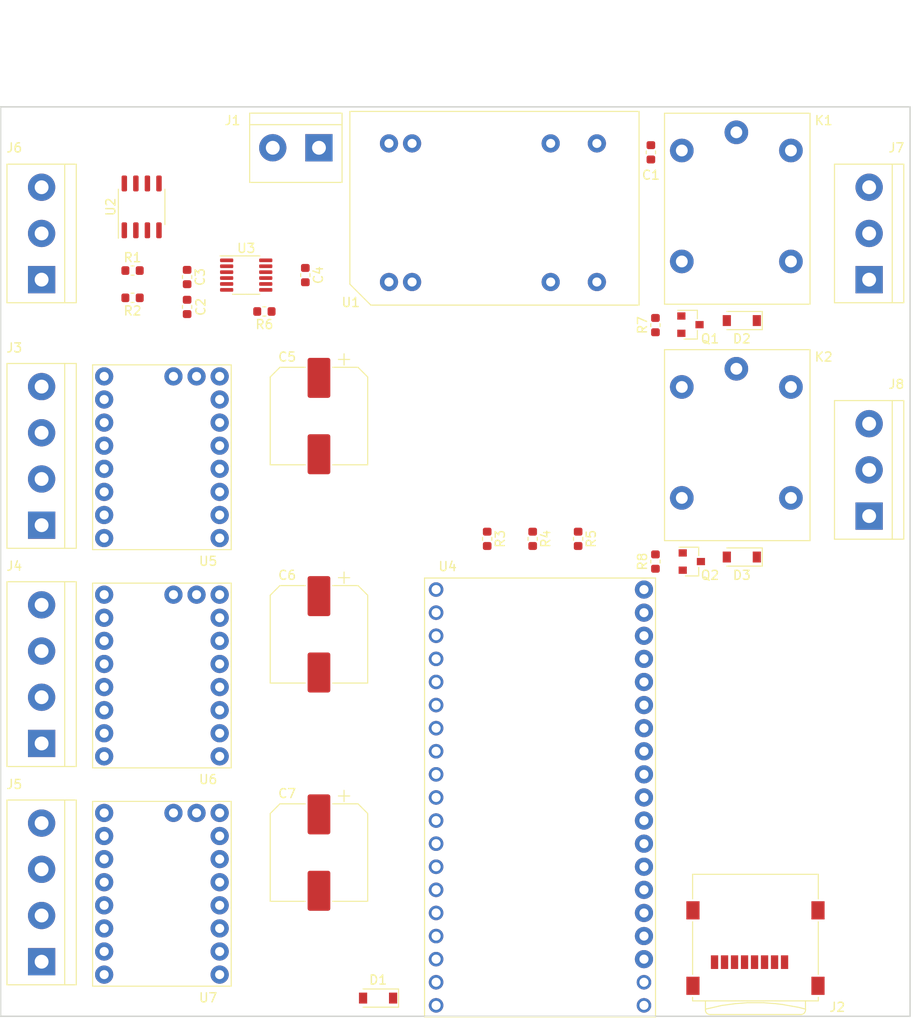
<source format=kicad_pcb>
(kicad_pcb (version 20171130) (host pcbnew "(5.1.2)-2")

  (general
    (thickness 1.6)
    (drawings 4)
    (tracks 0)
    (zones 0)
    (modules 39)
    (nets 73)
  )

  (page A4)
  (layers
    (0 F.Cu signal)
    (31 B.Cu signal)
    (32 B.Adhes user)
    (33 F.Adhes user)
    (34 B.Paste user)
    (35 F.Paste user)
    (36 B.SilkS user)
    (37 F.SilkS user)
    (38 B.Mask user)
    (39 F.Mask user)
    (40 Dwgs.User user)
    (41 Cmts.User user)
    (42 Eco1.User user)
    (43 Eco2.User user)
    (44 Edge.Cuts user)
    (45 Margin user)
    (46 B.CrtYd user)
    (47 F.CrtYd user)
    (48 B.Fab user)
    (49 F.Fab user)
  )

  (setup
    (last_trace_width 0.25)
    (trace_clearance 0.2)
    (zone_clearance 0.508)
    (zone_45_only no)
    (trace_min 0.2)
    (via_size 0.8)
    (via_drill 0.4)
    (via_min_size 0.4)
    (via_min_drill 0.3)
    (uvia_size 0.3)
    (uvia_drill 0.1)
    (uvias_allowed no)
    (uvia_min_size 0.2)
    (uvia_min_drill 0.1)
    (edge_width 0.05)
    (segment_width 0.2)
    (pcb_text_width 0.3)
    (pcb_text_size 1.5 1.5)
    (mod_edge_width 0.12)
    (mod_text_size 1 1)
    (mod_text_width 0.15)
    (pad_size 1.6 1.6)
    (pad_drill 1)
    (pad_to_mask_clearance 0.051)
    (solder_mask_min_width 0.25)
    (aux_axis_origin 0 0)
    (visible_elements 7FFFFFFF)
    (pcbplotparams
      (layerselection 0x010fc_ffffffff)
      (usegerberextensions false)
      (usegerberattributes false)
      (usegerberadvancedattributes false)
      (creategerberjobfile false)
      (excludeedgelayer true)
      (linewidth 0.100000)
      (plotframeref false)
      (viasonmask false)
      (mode 1)
      (useauxorigin false)
      (hpglpennumber 1)
      (hpglpenspeed 20)
      (hpglpendiameter 15.000000)
      (psnegative false)
      (psa4output false)
      (plotreference true)
      (plotvalue true)
      (plotinvisibletext false)
      (padsonsilk false)
      (subtractmaskfromsilk false)
      (outputformat 1)
      (mirror false)
      (drillshape 1)
      (scaleselection 1)
      (outputdirectory ""))
  )

  (net 0 "")
  (net 1 GND)
  (net 2 +5V)
  (net 3 +3V3)
  (net 4 +24V)
  (net 5 "Net-(D1-Pad1)")
  (net 6 "Net-(J2-Pad1)")
  (net 7 CS_SD_CARD)
  (net 8 MOSI)
  (net 9 SCK)
  (net 10 MISO)
  (net 11 "Net-(J2-Pad8)")
  (net 12 "Net-(J3-Pad4)")
  (net 13 "Net-(J3-Pad1)")
  (net 14 "Net-(J3-Pad3)")
  (net 15 "Net-(J3-Pad2)")
  (net 16 "Net-(J4-Pad4)")
  (net 17 "Net-(J4-Pad1)")
  (net 18 "Net-(J4-Pad3)")
  (net 19 "Net-(J4-Pad2)")
  (net 20 "Net-(J5-Pad4)")
  (net 21 "Net-(J5-Pad1)")
  (net 22 "Net-(J5-Pad3)")
  (net 23 "Net-(J5-Pad2)")
  (net 24 SPINDLE_0_TO_10V)
  (net 25 SPINDLE_0_TO_5V)
  (net 26 "Net-(R1-Pad2)")
  (net 27 "Net-(R1-Pad1)")
  (net 28 X_LIMIT)
  (net 29 Y_LIMIT)
  (net 30 Z_LIMIT)
  (net 31 SPINDLE_ENABLE)
  (net 32 SPINDLE_3v3_PWM)
  (net 33 "Net-(U3-Pad3)")
  (net 34 PROBE)
  (net 35 "Net-(U4-Pad35)")
  (net 36 "Net-(U4-Pad34)")
  (net 37 MIST)
  (net 38 CS_TRINAMIC)
  (net 39 "Net-(U4-Pad27)")
  (net 40 "Net-(U4-Pad25)")
  (net 41 Z_DIR)
  (net 42 Z_STEP)
  (net 43 "Net-(U4-Pad22)")
  (net 44 "Net-(U4-Pad21)")
  (net 45 "Net-(U4-Pad20)")
  (net 46 "Net-(U4-Pad18)")
  (net 47 "Net-(U4-Pad17)")
  (net 48 "Net-(U4-Pad16)")
  (net 49 TRINAMIC_ENABLE)
  (net 50 X_STEP)
  (net 51 X_DIR)
  (net 52 Y_STEP)
  (net 53 Y_DIR)
  (net 54 "Net-(U4-Pad8)")
  (net 55 "Net-(U4-Pad7)")
  (net 56 "Net-(U4-Pad6)")
  (net 57 "Net-(U4-Pad2)")
  (net 58 "Net-(U5-Pad17)")
  (net 59 "Net-(U5-Pad4)")
  (net 60 "Net-(U6-Pad17)")
  (net 61 "Net-(U6-Pad4)")
  (net 62 "Net-(U7-Pad17)")
  (net 63 "Net-(D2-Pad2)")
  (net 64 "Net-(D3-Pad2)")
  (net 65 "Net-(J7-Pad3)")
  (net 66 "Net-(J7-Pad2)")
  (net 67 "Net-(J7-Pad1)")
  (net 68 "Net-(J8-Pad3)")
  (net 69 "Net-(J8-Pad2)")
  (net 70 "Net-(J8-Pad1)")
  (net 71 "Net-(Q1-Pad1)")
  (net 72 "Net-(Q2-Pad1)")

  (net_class Default "This is the default net class."
    (clearance 0.2)
    (trace_width 0.25)
    (via_dia 0.8)
    (via_drill 0.4)
    (uvia_dia 0.3)
    (uvia_drill 0.1)
    (add_net +24V)
    (add_net +3V3)
    (add_net +5V)
    (add_net CS_SD_CARD)
    (add_net CS_TRINAMIC)
    (add_net GND)
    (add_net MISO)
    (add_net MIST)
    (add_net MOSI)
    (add_net "Net-(D1-Pad1)")
    (add_net "Net-(D2-Pad2)")
    (add_net "Net-(D3-Pad2)")
    (add_net "Net-(J2-Pad1)")
    (add_net "Net-(J2-Pad8)")
    (add_net "Net-(J3-Pad1)")
    (add_net "Net-(J3-Pad2)")
    (add_net "Net-(J3-Pad3)")
    (add_net "Net-(J3-Pad4)")
    (add_net "Net-(J4-Pad1)")
    (add_net "Net-(J4-Pad2)")
    (add_net "Net-(J4-Pad3)")
    (add_net "Net-(J4-Pad4)")
    (add_net "Net-(J5-Pad1)")
    (add_net "Net-(J5-Pad2)")
    (add_net "Net-(J5-Pad3)")
    (add_net "Net-(J5-Pad4)")
    (add_net "Net-(J7-Pad1)")
    (add_net "Net-(J7-Pad2)")
    (add_net "Net-(J7-Pad3)")
    (add_net "Net-(J8-Pad1)")
    (add_net "Net-(J8-Pad2)")
    (add_net "Net-(J8-Pad3)")
    (add_net "Net-(Q1-Pad1)")
    (add_net "Net-(Q2-Pad1)")
    (add_net "Net-(R1-Pad1)")
    (add_net "Net-(R1-Pad2)")
    (add_net "Net-(U3-Pad3)")
    (add_net "Net-(U4-Pad16)")
    (add_net "Net-(U4-Pad17)")
    (add_net "Net-(U4-Pad18)")
    (add_net "Net-(U4-Pad2)")
    (add_net "Net-(U4-Pad20)")
    (add_net "Net-(U4-Pad21)")
    (add_net "Net-(U4-Pad22)")
    (add_net "Net-(U4-Pad25)")
    (add_net "Net-(U4-Pad27)")
    (add_net "Net-(U4-Pad34)")
    (add_net "Net-(U4-Pad35)")
    (add_net "Net-(U4-Pad6)")
    (add_net "Net-(U4-Pad7)")
    (add_net "Net-(U4-Pad8)")
    (add_net "Net-(U5-Pad17)")
    (add_net "Net-(U5-Pad4)")
    (add_net "Net-(U6-Pad17)")
    (add_net "Net-(U6-Pad4)")
    (add_net "Net-(U7-Pad17)")
    (add_net PROBE)
    (add_net SCK)
    (add_net SPINDLE_0_TO_10V)
    (add_net SPINDLE_0_TO_5V)
    (add_net SPINDLE_3v3_PWM)
    (add_net SPINDLE_ENABLE)
    (add_net TRINAMIC_ENABLE)
    (add_net X_DIR)
    (add_net X_LIMIT)
    (add_net X_STEP)
    (add_net Y_DIR)
    (add_net Y_LIMIT)
    (add_net Y_STEP)
    (add_net Z_DIR)
    (add_net Z_LIMIT)
    (add_net Z_STEP)
  )

  (module Resistor_SMD:R_0603_1608Metric (layer F.Cu) (tedit 5B301BBD) (tstamp 5D5AFAFB)
    (at 119 96.5 90)
    (descr "Resistor SMD 0603 (1608 Metric), square (rectangular) end terminal, IPC_7351 nominal, (Body size source: http://www.tortai-tech.com/upload/download/2011102023233369053.pdf), generated with kicad-footprint-generator")
    (tags resistor)
    (path /5D6646B0)
    (attr smd)
    (fp_text reference R8 (at 0 -1.43 90) (layer F.SilkS)
      (effects (font (size 1 1) (thickness 0.15)))
    )
    (fp_text value 1k (at 0 1.43 90) (layer F.Fab)
      (effects (font (size 1 1) (thickness 0.15)))
    )
    (fp_text user %R (at 0 0 90) (layer F.Fab)
      (effects (font (size 0.4 0.4) (thickness 0.06)))
    )
    (fp_line (start 1.48 0.73) (end -1.48 0.73) (layer F.CrtYd) (width 0.05))
    (fp_line (start 1.48 -0.73) (end 1.48 0.73) (layer F.CrtYd) (width 0.05))
    (fp_line (start -1.48 -0.73) (end 1.48 -0.73) (layer F.CrtYd) (width 0.05))
    (fp_line (start -1.48 0.73) (end -1.48 -0.73) (layer F.CrtYd) (width 0.05))
    (fp_line (start -0.162779 0.51) (end 0.162779 0.51) (layer F.SilkS) (width 0.12))
    (fp_line (start -0.162779 -0.51) (end 0.162779 -0.51) (layer F.SilkS) (width 0.12))
    (fp_line (start 0.8 0.4) (end -0.8 0.4) (layer F.Fab) (width 0.1))
    (fp_line (start 0.8 -0.4) (end 0.8 0.4) (layer F.Fab) (width 0.1))
    (fp_line (start -0.8 -0.4) (end 0.8 -0.4) (layer F.Fab) (width 0.1))
    (fp_line (start -0.8 0.4) (end -0.8 -0.4) (layer F.Fab) (width 0.1))
    (pad 2 smd roundrect (at 0.7875 0 90) (size 0.875 0.95) (layers F.Cu F.Paste F.Mask) (roundrect_rratio 0.25)
      (net 72 "Net-(Q2-Pad1)"))
    (pad 1 smd roundrect (at -0.7875 0 90) (size 0.875 0.95) (layers F.Cu F.Paste F.Mask) (roundrect_rratio 0.25)
      (net 31 SPINDLE_ENABLE))
    (model ${KISYS3DMOD}/Resistor_SMD.3dshapes/R_0603_1608Metric.wrl
      (at (xyz 0 0 0))
      (scale (xyz 1 1 1))
      (rotate (xyz 0 0 0))
    )
  )

  (module Resistor_SMD:R_0603_1608Metric (layer F.Cu) (tedit 5B301BBD) (tstamp 5D5AFAEA)
    (at 119 70.5 90)
    (descr "Resistor SMD 0603 (1608 Metric), square (rectangular) end terminal, IPC_7351 nominal, (Body size source: http://www.tortai-tech.com/upload/download/2011102023233369053.pdf), generated with kicad-footprint-generator")
    (tags resistor)
    (path /5D61824A)
    (attr smd)
    (fp_text reference R7 (at 0 -1.43 90) (layer F.SilkS)
      (effects (font (size 1 1) (thickness 0.15)))
    )
    (fp_text value 1k (at 0 1.43 90) (layer F.Fab)
      (effects (font (size 1 1) (thickness 0.15)))
    )
    (fp_text user %R (at 0 0 90) (layer F.Fab)
      (effects (font (size 0.4 0.4) (thickness 0.06)))
    )
    (fp_line (start 1.48 0.73) (end -1.48 0.73) (layer F.CrtYd) (width 0.05))
    (fp_line (start 1.48 -0.73) (end 1.48 0.73) (layer F.CrtYd) (width 0.05))
    (fp_line (start -1.48 -0.73) (end 1.48 -0.73) (layer F.CrtYd) (width 0.05))
    (fp_line (start -1.48 0.73) (end -1.48 -0.73) (layer F.CrtYd) (width 0.05))
    (fp_line (start -0.162779 0.51) (end 0.162779 0.51) (layer F.SilkS) (width 0.12))
    (fp_line (start -0.162779 -0.51) (end 0.162779 -0.51) (layer F.SilkS) (width 0.12))
    (fp_line (start 0.8 0.4) (end -0.8 0.4) (layer F.Fab) (width 0.1))
    (fp_line (start 0.8 -0.4) (end 0.8 0.4) (layer F.Fab) (width 0.1))
    (fp_line (start -0.8 -0.4) (end 0.8 -0.4) (layer F.Fab) (width 0.1))
    (fp_line (start -0.8 0.4) (end -0.8 -0.4) (layer F.Fab) (width 0.1))
    (pad 2 smd roundrect (at 0.7875 0 90) (size 0.875 0.95) (layers F.Cu F.Paste F.Mask) (roundrect_rratio 0.25)
      (net 71 "Net-(Q1-Pad1)"))
    (pad 1 smd roundrect (at -0.7875 0 90) (size 0.875 0.95) (layers F.Cu F.Paste F.Mask) (roundrect_rratio 0.25)
      (net 37 MIST))
    (model ${KISYS3DMOD}/Resistor_SMD.3dshapes/R_0603_1608Metric.wrl
      (at (xyz 0 0 0))
      (scale (xyz 1 1 1))
      (rotate (xyz 0 0 0))
    )
  )

  (module Package_TO_SOT_SMD:SOT-23 (layer F.Cu) (tedit 5A02FF57) (tstamp 5D5AFA19)
    (at 123 96.5)
    (descr "SOT-23, Standard")
    (tags SOT-23)
    (path /5D664694)
    (attr smd)
    (fp_text reference Q2 (at 2 1.5) (layer F.SilkS)
      (effects (font (size 1 1) (thickness 0.15)))
    )
    (fp_text value BC848B-7-F (at 0 2.5) (layer F.Fab)
      (effects (font (size 1 1) (thickness 0.15)))
    )
    (fp_line (start 0.76 1.58) (end -0.7 1.58) (layer F.SilkS) (width 0.12))
    (fp_line (start 0.76 -1.58) (end -1.4 -1.58) (layer F.SilkS) (width 0.12))
    (fp_line (start -1.7 1.75) (end -1.7 -1.75) (layer F.CrtYd) (width 0.05))
    (fp_line (start 1.7 1.75) (end -1.7 1.75) (layer F.CrtYd) (width 0.05))
    (fp_line (start 1.7 -1.75) (end 1.7 1.75) (layer F.CrtYd) (width 0.05))
    (fp_line (start -1.7 -1.75) (end 1.7 -1.75) (layer F.CrtYd) (width 0.05))
    (fp_line (start 0.76 -1.58) (end 0.76 -0.65) (layer F.SilkS) (width 0.12))
    (fp_line (start 0.76 1.58) (end 0.76 0.65) (layer F.SilkS) (width 0.12))
    (fp_line (start -0.7 1.52) (end 0.7 1.52) (layer F.Fab) (width 0.1))
    (fp_line (start 0.7 -1.52) (end 0.7 1.52) (layer F.Fab) (width 0.1))
    (fp_line (start -0.7 -0.95) (end -0.15 -1.52) (layer F.Fab) (width 0.1))
    (fp_line (start -0.15 -1.52) (end 0.7 -1.52) (layer F.Fab) (width 0.1))
    (fp_line (start -0.7 -0.95) (end -0.7 1.5) (layer F.Fab) (width 0.1))
    (fp_text user %R (at 0 0 90) (layer F.Fab)
      (effects (font (size 0.5 0.5) (thickness 0.075)))
    )
    (pad 3 smd rect (at 1 0) (size 0.9 0.8) (layers F.Cu F.Paste F.Mask)
      (net 64 "Net-(D3-Pad2)"))
    (pad 2 smd rect (at -1 0.95) (size 0.9 0.8) (layers F.Cu F.Paste F.Mask)
      (net 1 GND))
    (pad 1 smd rect (at -1 -0.95) (size 0.9 0.8) (layers F.Cu F.Paste F.Mask)
      (net 72 "Net-(Q2-Pad1)"))
    (model ${KISYS3DMOD}/Package_TO_SOT_SMD.3dshapes/SOT-23.wrl
      (at (xyz 0 0 0))
      (scale (xyz 1 1 1))
      (rotate (xyz 0 0 0))
    )
  )

  (module Package_TO_SOT_SMD:SOT-23 (layer F.Cu) (tedit 5A02FF57) (tstamp 5D5AFA04)
    (at 122.85 70.45)
    (descr "SOT-23, Standard")
    (tags SOT-23)
    (path /5D5E0751)
    (attr smd)
    (fp_text reference Q1 (at 2.15 1.55) (layer F.SilkS)
      (effects (font (size 1 1) (thickness 0.15)))
    )
    (fp_text value BC848B-7-F (at 0 2.5) (layer F.Fab)
      (effects (font (size 1 1) (thickness 0.15)))
    )
    (fp_line (start 0.76 1.58) (end -0.7 1.58) (layer F.SilkS) (width 0.12))
    (fp_line (start 0.76 -1.58) (end -1.4 -1.58) (layer F.SilkS) (width 0.12))
    (fp_line (start -1.7 1.75) (end -1.7 -1.75) (layer F.CrtYd) (width 0.05))
    (fp_line (start 1.7 1.75) (end -1.7 1.75) (layer F.CrtYd) (width 0.05))
    (fp_line (start 1.7 -1.75) (end 1.7 1.75) (layer F.CrtYd) (width 0.05))
    (fp_line (start -1.7 -1.75) (end 1.7 -1.75) (layer F.CrtYd) (width 0.05))
    (fp_line (start 0.76 -1.58) (end 0.76 -0.65) (layer F.SilkS) (width 0.12))
    (fp_line (start 0.76 1.58) (end 0.76 0.65) (layer F.SilkS) (width 0.12))
    (fp_line (start -0.7 1.52) (end 0.7 1.52) (layer F.Fab) (width 0.1))
    (fp_line (start 0.7 -1.52) (end 0.7 1.52) (layer F.Fab) (width 0.1))
    (fp_line (start -0.7 -0.95) (end -0.15 -1.52) (layer F.Fab) (width 0.1))
    (fp_line (start -0.15 -1.52) (end 0.7 -1.52) (layer F.Fab) (width 0.1))
    (fp_line (start -0.7 -0.95) (end -0.7 1.5) (layer F.Fab) (width 0.1))
    (fp_text user %R (at 0 0 90) (layer F.Fab)
      (effects (font (size 0.5 0.5) (thickness 0.075)))
    )
    (pad 3 smd rect (at 1 0) (size 0.9 0.8) (layers F.Cu F.Paste F.Mask)
      (net 63 "Net-(D2-Pad2)"))
    (pad 2 smd rect (at -1 0.95) (size 0.9 0.8) (layers F.Cu F.Paste F.Mask)
      (net 1 GND))
    (pad 1 smd rect (at -1 -0.95) (size 0.9 0.8) (layers F.Cu F.Paste F.Mask)
      (net 71 "Net-(Q1-Pad1)"))
    (model ${KISYS3DMOD}/Package_TO_SOT_SMD.3dshapes/SOT-23.wrl
      (at (xyz 0 0 0))
      (scale (xyz 1 1 1))
      (rotate (xyz 0 0 0))
    )
  )

  (module "Custom Footprints:SRM-1C-SL-5VDC" (layer F.Cu) (tedit 5D5AA197) (tstamp 5D5AF9EF)
    (at 139.5 80.5 270)
    (path /5D664679)
    (fp_text reference K2 (at -6.5 2 180) (layer F.SilkS)
      (effects (font (size 1 1) (thickness 0.15)))
    )
    (fp_text value SRM-1C-SL-5VDC (at 4.4 11.7 90) (layer F.Fab)
      (effects (font (size 1 1) (thickness 0.15)))
    )
    (fp_line (start 13.7 19.5) (end 13.7 3.5) (layer F.SilkS) (width 0.12))
    (fp_line (start -7.3 19.5) (end 13.7 19.5) (layer F.SilkS) (width 0.12))
    (fp_line (start -7.3 3.5) (end -7.3 19.5) (layer F.SilkS) (width 0.12))
    (fp_line (start 13.7 3.5) (end -7.3 3.5) (layer F.SilkS) (width 0.12))
    (pad 14 thru_hole circle (at 9 17.6 270) (size 2.6 2.6) (drill 1.3) (layers *.Cu *.Mask)
      (net 68 "Net-(J8-Pad3)"))
    (pad 12 thru_hole circle (at 9 5.6 270) (size 2.6 2.6) (drill 1.3) (layers *.Cu *.Mask)
      (net 70 "Net-(J8-Pad1)"))
    (pad 11 thru_hole circle (at -5.2 11.6 270) (size 2.6 2.6) (drill 1.3) (layers *.Cu *.Mask)
      (net 69 "Net-(J8-Pad2)"))
    (pad A2 thru_hole circle (at -3.2 17.6 270) (size 2.6 2.6) (drill 1.3) (layers *.Cu *.Mask)
      (net 64 "Net-(D3-Pad2)"))
    (pad A1 thru_hole circle (at -3.2 5.6 270) (size 2.6 2.6) (drill 1.3) (layers *.Cu *.Mask)
      (net 2 +5V))
  )

  (module "Custom Footprints:SRM-1C-SL-5VDC" (layer F.Cu) (tedit 5D5AA197) (tstamp 5D5AF9E2)
    (at 139.5 54.5 270)
    (path /5D5B3343)
    (fp_text reference K1 (at -6.5 2 180) (layer F.SilkS)
      (effects (font (size 1 1) (thickness 0.15)))
    )
    (fp_text value SRM-1C-SL-5VDC (at 4.4 11.7 90) (layer F.Fab)
      (effects (font (size 1 1) (thickness 0.15)))
    )
    (fp_line (start 13.7 19.5) (end 13.7 3.5) (layer F.SilkS) (width 0.12))
    (fp_line (start -7.3 19.5) (end 13.7 19.5) (layer F.SilkS) (width 0.12))
    (fp_line (start -7.3 3.5) (end -7.3 19.5) (layer F.SilkS) (width 0.12))
    (fp_line (start 13.7 3.5) (end -7.3 3.5) (layer F.SilkS) (width 0.12))
    (pad 14 thru_hole circle (at 9 17.6 270) (size 2.6 2.6) (drill 1.3) (layers *.Cu *.Mask)
      (net 65 "Net-(J7-Pad3)"))
    (pad 12 thru_hole circle (at 9 5.6 270) (size 2.6 2.6) (drill 1.3) (layers *.Cu *.Mask)
      (net 67 "Net-(J7-Pad1)"))
    (pad 11 thru_hole circle (at -5.2 11.6 270) (size 2.6 2.6) (drill 1.3) (layers *.Cu *.Mask)
      (net 66 "Net-(J7-Pad2)"))
    (pad A2 thru_hole circle (at -3.2 17.6 270) (size 2.6 2.6) (drill 1.3) (layers *.Cu *.Mask)
      (net 63 "Net-(D2-Pad2)"))
    (pad A1 thru_hole circle (at -3.2 5.6 270) (size 2.6 2.6) (drill 1.3) (layers *.Cu *.Mask)
      (net 2 +5V))
  )

  (module TerminalBlock:TerminalBlock_bornier-3_P5.08mm (layer F.Cu) (tedit 59FF03B9) (tstamp 5D5AF9D5)
    (at 142.5 91.5 90)
    (descr "simple 3-pin terminal block, pitch 5.08mm, revamped version of bornier3")
    (tags "terminal block bornier3")
    (path /5D6646A2)
    (fp_text reference J8 (at 14.5 3 180) (layer F.SilkS)
      (effects (font (size 1 1) (thickness 0.15)))
    )
    (fp_text value "SPINDLE COOLANT RLY" (at 5.08 5.08 90) (layer F.Fab)
      (effects (font (size 1 1) (thickness 0.15)))
    )
    (fp_line (start 12.88 4) (end -2.72 4) (layer F.CrtYd) (width 0.05))
    (fp_line (start 12.88 4) (end 12.88 -4) (layer F.CrtYd) (width 0.05))
    (fp_line (start -2.72 -4) (end -2.72 4) (layer F.CrtYd) (width 0.05))
    (fp_line (start -2.72 -4) (end 12.88 -4) (layer F.CrtYd) (width 0.05))
    (fp_line (start -2.54 3.81) (end 12.7 3.81) (layer F.SilkS) (width 0.12))
    (fp_line (start -2.54 -3.81) (end 12.7 -3.81) (layer F.SilkS) (width 0.12))
    (fp_line (start -2.54 2.54) (end 12.7 2.54) (layer F.SilkS) (width 0.12))
    (fp_line (start 12.7 3.81) (end 12.7 -3.81) (layer F.SilkS) (width 0.12))
    (fp_line (start -2.54 3.81) (end -2.54 -3.81) (layer F.SilkS) (width 0.12))
    (fp_line (start -2.47 3.75) (end -2.47 -3.75) (layer F.Fab) (width 0.1))
    (fp_line (start 12.63 3.75) (end -2.47 3.75) (layer F.Fab) (width 0.1))
    (fp_line (start 12.63 -3.75) (end 12.63 3.75) (layer F.Fab) (width 0.1))
    (fp_line (start -2.47 -3.75) (end 12.63 -3.75) (layer F.Fab) (width 0.1))
    (fp_line (start -2.47 2.55) (end 12.63 2.55) (layer F.Fab) (width 0.1))
    (fp_text user %R (at 5.08 0 90) (layer F.Fab)
      (effects (font (size 1 1) (thickness 0.15)))
    )
    (pad 3 thru_hole circle (at 10.16 0 90) (size 3 3) (drill 1.52) (layers *.Cu *.Mask)
      (net 68 "Net-(J8-Pad3)"))
    (pad 2 thru_hole circle (at 5.08 0 90) (size 3 3) (drill 1.52) (layers *.Cu *.Mask)
      (net 69 "Net-(J8-Pad2)"))
    (pad 1 thru_hole rect (at 0 0 90) (size 3 3) (drill 1.52) (layers *.Cu *.Mask)
      (net 70 "Net-(J8-Pad1)"))
    (model ${KISYS3DMOD}/TerminalBlock.3dshapes/TerminalBlock_bornier-3_P5.08mm.wrl
      (offset (xyz 5.079999923706055 0 0))
      (scale (xyz 1 1 1))
      (rotate (xyz 0 0 0))
    )
  )

  (module TerminalBlock:TerminalBlock_bornier-3_P5.08mm (layer F.Cu) (tedit 59FF03B9) (tstamp 5D5AF9BF)
    (at 142.5 65.5 90)
    (descr "simple 3-pin terminal block, pitch 5.08mm, revamped version of bornier3")
    (tags "terminal block bornier3")
    (path /5D5EB979)
    (fp_text reference J7 (at 14.5 3 180) (layer F.SilkS)
      (effects (font (size 1 1) (thickness 0.15)))
    )
    (fp_text value "COOLANT RLY" (at 5.08 5.08 90) (layer F.Fab)
      (effects (font (size 1 1) (thickness 0.15)))
    )
    (fp_line (start 12.88 4) (end -2.72 4) (layer F.CrtYd) (width 0.05))
    (fp_line (start 12.88 4) (end 12.88 -4) (layer F.CrtYd) (width 0.05))
    (fp_line (start -2.72 -4) (end -2.72 4) (layer F.CrtYd) (width 0.05))
    (fp_line (start -2.72 -4) (end 12.88 -4) (layer F.CrtYd) (width 0.05))
    (fp_line (start -2.54 3.81) (end 12.7 3.81) (layer F.SilkS) (width 0.12))
    (fp_line (start -2.54 -3.81) (end 12.7 -3.81) (layer F.SilkS) (width 0.12))
    (fp_line (start -2.54 2.54) (end 12.7 2.54) (layer F.SilkS) (width 0.12))
    (fp_line (start 12.7 3.81) (end 12.7 -3.81) (layer F.SilkS) (width 0.12))
    (fp_line (start -2.54 3.81) (end -2.54 -3.81) (layer F.SilkS) (width 0.12))
    (fp_line (start -2.47 3.75) (end -2.47 -3.75) (layer F.Fab) (width 0.1))
    (fp_line (start 12.63 3.75) (end -2.47 3.75) (layer F.Fab) (width 0.1))
    (fp_line (start 12.63 -3.75) (end 12.63 3.75) (layer F.Fab) (width 0.1))
    (fp_line (start -2.47 -3.75) (end 12.63 -3.75) (layer F.Fab) (width 0.1))
    (fp_line (start -2.47 2.55) (end 12.63 2.55) (layer F.Fab) (width 0.1))
    (fp_text user %R (at 5.08 0 90) (layer F.Fab)
      (effects (font (size 1 1) (thickness 0.15)))
    )
    (pad 3 thru_hole circle (at 10.16 0 90) (size 3 3) (drill 1.52) (layers *.Cu *.Mask)
      (net 65 "Net-(J7-Pad3)"))
    (pad 2 thru_hole circle (at 5.08 0 90) (size 3 3) (drill 1.52) (layers *.Cu *.Mask)
      (net 66 "Net-(J7-Pad2)"))
    (pad 1 thru_hole rect (at 0 0 90) (size 3 3) (drill 1.52) (layers *.Cu *.Mask)
      (net 67 "Net-(J7-Pad1)"))
    (model ${KISYS3DMOD}/TerminalBlock.3dshapes/TerminalBlock_bornier-3_P5.08mm.wrl
      (offset (xyz 5.079999923706055 0 0))
      (scale (xyz 1 1 1))
      (rotate (xyz 0 0 0))
    )
  )

  (module Diode_SMD:D_SOD-123 (layer F.Cu) (tedit 58645DC7) (tstamp 5D5AF871)
    (at 128.5 96 180)
    (descr SOD-123)
    (tags SOD-123)
    (path /5D66467F)
    (attr smd)
    (fp_text reference D3 (at 0 -2) (layer F.SilkS)
      (effects (font (size 1 1) (thickness 0.15)))
    )
    (fp_text value 1N4148W (at 0 2.1) (layer F.Fab)
      (effects (font (size 1 1) (thickness 0.15)))
    )
    (fp_line (start -2.25 -1) (end 1.65 -1) (layer F.SilkS) (width 0.12))
    (fp_line (start -2.25 1) (end 1.65 1) (layer F.SilkS) (width 0.12))
    (fp_line (start -2.35 -1.15) (end -2.35 1.15) (layer F.CrtYd) (width 0.05))
    (fp_line (start 2.35 1.15) (end -2.35 1.15) (layer F.CrtYd) (width 0.05))
    (fp_line (start 2.35 -1.15) (end 2.35 1.15) (layer F.CrtYd) (width 0.05))
    (fp_line (start -2.35 -1.15) (end 2.35 -1.15) (layer F.CrtYd) (width 0.05))
    (fp_line (start -1.4 -0.9) (end 1.4 -0.9) (layer F.Fab) (width 0.1))
    (fp_line (start 1.4 -0.9) (end 1.4 0.9) (layer F.Fab) (width 0.1))
    (fp_line (start 1.4 0.9) (end -1.4 0.9) (layer F.Fab) (width 0.1))
    (fp_line (start -1.4 0.9) (end -1.4 -0.9) (layer F.Fab) (width 0.1))
    (fp_line (start -0.75 0) (end -0.35 0) (layer F.Fab) (width 0.1))
    (fp_line (start -0.35 0) (end -0.35 -0.55) (layer F.Fab) (width 0.1))
    (fp_line (start -0.35 0) (end -0.35 0.55) (layer F.Fab) (width 0.1))
    (fp_line (start -0.35 0) (end 0.25 -0.4) (layer F.Fab) (width 0.1))
    (fp_line (start 0.25 -0.4) (end 0.25 0.4) (layer F.Fab) (width 0.1))
    (fp_line (start 0.25 0.4) (end -0.35 0) (layer F.Fab) (width 0.1))
    (fp_line (start 0.25 0) (end 0.75 0) (layer F.Fab) (width 0.1))
    (fp_line (start -2.25 -1) (end -2.25 1) (layer F.SilkS) (width 0.12))
    (fp_text user %R (at 0 -2) (layer F.Fab)
      (effects (font (size 1 1) (thickness 0.15)))
    )
    (pad 2 smd rect (at 1.65 0 180) (size 0.9 1.2) (layers F.Cu F.Paste F.Mask)
      (net 64 "Net-(D3-Pad2)"))
    (pad 1 smd rect (at -1.65 0 180) (size 0.9 1.2) (layers F.Cu F.Paste F.Mask)
      (net 2 +5V))
    (model ${KISYS3DMOD}/Diode_SMD.3dshapes/D_SOD-123.wrl
      (at (xyz 0 0 0))
      (scale (xyz 1 1 1))
      (rotate (xyz 0 0 0))
    )
  )

  (module Diode_SMD:D_SOD-123 (layer F.Cu) (tedit 58645DC7) (tstamp 5D5B1CCD)
    (at 128.5 70 180)
    (descr SOD-123)
    (tags SOD-123)
    (path /5D5B43D3)
    (attr smd)
    (fp_text reference D2 (at 0 -2) (layer F.SilkS)
      (effects (font (size 1 1) (thickness 0.15)))
    )
    (fp_text value 1N4148W (at 0 2.1) (layer F.Fab)
      (effects (font (size 1 1) (thickness 0.15)))
    )
    (fp_line (start -2.25 -1) (end 1.65 -1) (layer F.SilkS) (width 0.12))
    (fp_line (start -2.25 1) (end 1.65 1) (layer F.SilkS) (width 0.12))
    (fp_line (start -2.35 -1.15) (end -2.35 1.15) (layer F.CrtYd) (width 0.05))
    (fp_line (start 2.35 1.15) (end -2.35 1.15) (layer F.CrtYd) (width 0.05))
    (fp_line (start 2.35 -1.15) (end 2.35 1.15) (layer F.CrtYd) (width 0.05))
    (fp_line (start -2.35 -1.15) (end 2.35 -1.15) (layer F.CrtYd) (width 0.05))
    (fp_line (start -1.4 -0.9) (end 1.4 -0.9) (layer F.Fab) (width 0.1))
    (fp_line (start 1.4 -0.9) (end 1.4 0.9) (layer F.Fab) (width 0.1))
    (fp_line (start 1.4 0.9) (end -1.4 0.9) (layer F.Fab) (width 0.1))
    (fp_line (start -1.4 0.9) (end -1.4 -0.9) (layer F.Fab) (width 0.1))
    (fp_line (start -0.75 0) (end -0.35 0) (layer F.Fab) (width 0.1))
    (fp_line (start -0.35 0) (end -0.35 -0.55) (layer F.Fab) (width 0.1))
    (fp_line (start -0.35 0) (end -0.35 0.55) (layer F.Fab) (width 0.1))
    (fp_line (start -0.35 0) (end 0.25 -0.4) (layer F.Fab) (width 0.1))
    (fp_line (start 0.25 -0.4) (end 0.25 0.4) (layer F.Fab) (width 0.1))
    (fp_line (start 0.25 0.4) (end -0.35 0) (layer F.Fab) (width 0.1))
    (fp_line (start 0.25 0) (end 0.75 0) (layer F.Fab) (width 0.1))
    (fp_line (start -2.25 -1) (end -2.25 1) (layer F.SilkS) (width 0.12))
    (fp_text user %R (at 0 -2) (layer F.Fab)
      (effects (font (size 1 1) (thickness 0.15)))
    )
    (pad 2 smd rect (at 1.65 0 180) (size 0.9 1.2) (layers F.Cu F.Paste F.Mask)
      (net 63 "Net-(D2-Pad2)"))
    (pad 1 smd rect (at -1.65 0 180) (size 0.9 1.2) (layers F.Cu F.Paste F.Mask)
      (net 2 +5V))
    (model ${KISYS3DMOD}/Diode_SMD.3dshapes/D_SOD-123.wrl
      (at (xyz 0 0 0))
      (scale (xyz 1 1 1))
      (rotate (xyz 0 0 0))
    )
  )

  (module "Custom Footprints:TMC5160SilentStepStick" (layer F.Cu) (tedit 5D5A8E19) (tstamp 5D5A98C1)
    (at 66 147 180)
    (path /5D542039)
    (fp_text reference U7 (at -3.81 2.54) (layer F.SilkS)
      (effects (font (size 1 1) (thickness 0.15)))
    )
    (fp_text value TMC5160SilentStepStick (at 1.27 25.4) (layer F.Fab)
      (effects (font (size 1 1) (thickness 0.15)))
    )
    (fp_line (start -6.35 24.13) (end -6.35 3.81) (layer F.SilkS) (width 0.12))
    (fp_line (start 8.89 24.13) (end -6.35 24.13) (layer F.SilkS) (width 0.12))
    (fp_line (start 8.89 3.81) (end 8.89 24.13) (layer F.SilkS) (width 0.12))
    (fp_line (start -6.35 3.81) (end 8.89 3.81) (layer F.SilkS) (width 0.12))
    (pad 14 thru_hole circle (at 7.62 17.78 180) (size 2 2) (drill 1) (layers *.Cu *.Mask)
      (net 20 "Net-(J5-Pad4)"))
    (pad 15 thru_hole circle (at 7.62 20.32 180) (size 2 2) (drill 1) (layers *.Cu *.Mask)
      (net 1 GND))
    (pad 10 thru_hole circle (at 7.62 7.62 180) (size 2 2) (drill 1) (layers *.Cu *.Mask)
      (net 3 +3V3))
    (pad 13 thru_hole circle (at 7.62 15.24 180) (size 2 2) (drill 1) (layers *.Cu *.Mask)
      (net 22 "Net-(J5-Pad3)"))
    (pad 11 thru_hole circle (at 7.62 10.16 180) (size 2 2) (drill 1) (layers *.Cu *.Mask)
      (net 21 "Net-(J5-Pad1)"))
    (pad 12 thru_hole circle (at 7.62 12.7 180) (size 2 2) (drill 1) (layers *.Cu *.Mask)
      (net 23 "Net-(J5-Pad2)"))
    (pad 16 thru_hole circle (at 7.62 22.86 180) (size 2 2) (drill 1) (layers *.Cu *.Mask)
      (net 4 +24V))
    (pad 9 thru_hole circle (at 7.62 5.08 180) (size 2 2) (drill 1) (layers *.Cu *.Mask)
      (net 1 GND))
    (pad 18 thru_hole circle (at 0 22.86 180) (size 2 2) (drill 1) (layers *.Cu *.Mask)
      (net 30 Z_LIMIT))
    (pad 17 thru_hole circle (at -2.54 22.86 180) (size 2 2) (drill 1) (layers *.Cu *.Mask)
      (net 62 "Net-(U7-Pad17)"))
    (pad 8 thru_hole circle (at -5.08 22.86 180) (size 2 2) (drill 1) (layers *.Cu *.Mask)
      (net 49 TRINAMIC_ENABLE))
    (pad 7 thru_hole circle (at -5.08 20.32 180) (size 2 2) (drill 1) (layers *.Cu *.Mask)
      (net 61 "Net-(U6-Pad4)"))
    (pad 6 thru_hole circle (at -5.08 17.78 180) (size 2 2) (drill 1) (layers *.Cu *.Mask)
      (net 9 SCK))
    (pad 5 thru_hole circle (at -5.08 15.24 180) (size 2 2) (drill 1) (layers *.Cu *.Mask)
      (net 38 CS_TRINAMIC))
    (pad 4 thru_hole circle (at -5.08 12.7 180) (size 2 2) (drill 1) (layers *.Cu *.Mask)
      (net 10 MISO))
    (pad 3 thru_hole circle (at -5.08 10.16 180) (size 2 2) (drill 1) (layers *.Cu *.Mask)
      (net 1 GND))
    (pad 2 thru_hole circle (at -5.08 7.62 180) (size 2 2) (drill 1) (layers *.Cu *.Mask)
      (net 42 Z_STEP))
    (pad 1 thru_hole circle (at -5.08 5.08 180) (size 2 2) (drill 1) (layers *.Cu *.Mask)
      (net 41 Z_DIR))
  )

  (module "Custom Footprints:TMC5160SilentStepStick" (layer F.Cu) (tedit 5D5A8E19) (tstamp 5D5A9E3B)
    (at 66 123 180)
    (path /5D54191A)
    (fp_text reference U6 (at -3.81 2.54) (layer F.SilkS)
      (effects (font (size 1 1) (thickness 0.15)))
    )
    (fp_text value TMC5160SilentStepStick (at 1.27 25.4) (layer F.Fab)
      (effects (font (size 1 1) (thickness 0.15)))
    )
    (fp_line (start -6.35 24.13) (end -6.35 3.81) (layer F.SilkS) (width 0.12))
    (fp_line (start 8.89 24.13) (end -6.35 24.13) (layer F.SilkS) (width 0.12))
    (fp_line (start 8.89 3.81) (end 8.89 24.13) (layer F.SilkS) (width 0.12))
    (fp_line (start -6.35 3.81) (end 8.89 3.81) (layer F.SilkS) (width 0.12))
    (pad 14 thru_hole circle (at 7.62 17.78 180) (size 2 2) (drill 1) (layers *.Cu *.Mask)
      (net 16 "Net-(J4-Pad4)"))
    (pad 15 thru_hole circle (at 7.62 20.32 180) (size 2 2) (drill 1) (layers *.Cu *.Mask)
      (net 1 GND))
    (pad 10 thru_hole circle (at 7.62 7.62 180) (size 2 2) (drill 1) (layers *.Cu *.Mask)
      (net 3 +3V3))
    (pad 13 thru_hole circle (at 7.62 15.24 180) (size 2 2) (drill 1) (layers *.Cu *.Mask)
      (net 18 "Net-(J4-Pad3)"))
    (pad 11 thru_hole circle (at 7.62 10.16 180) (size 2 2) (drill 1) (layers *.Cu *.Mask)
      (net 17 "Net-(J4-Pad1)"))
    (pad 12 thru_hole circle (at 7.62 12.7 180) (size 2 2) (drill 1) (layers *.Cu *.Mask)
      (net 19 "Net-(J4-Pad2)"))
    (pad 16 thru_hole circle (at 7.62 22.86 180) (size 2 2) (drill 1) (layers *.Cu *.Mask)
      (net 4 +24V))
    (pad 9 thru_hole circle (at 7.62 5.08 180) (size 2 2) (drill 1) (layers *.Cu *.Mask)
      (net 1 GND))
    (pad 18 thru_hole circle (at 0 22.86 180) (size 2 2) (drill 1) (layers *.Cu *.Mask)
      (net 29 Y_LIMIT))
    (pad 17 thru_hole circle (at -2.54 22.86 180) (size 2 2) (drill 1) (layers *.Cu *.Mask)
      (net 60 "Net-(U6-Pad17)"))
    (pad 8 thru_hole circle (at -5.08 22.86 180) (size 2 2) (drill 1) (layers *.Cu *.Mask)
      (net 49 TRINAMIC_ENABLE))
    (pad 7 thru_hole circle (at -5.08 20.32 180) (size 2 2) (drill 1) (layers *.Cu *.Mask)
      (net 59 "Net-(U5-Pad4)"))
    (pad 6 thru_hole circle (at -5.08 17.78 180) (size 2 2) (drill 1) (layers *.Cu *.Mask)
      (net 9 SCK))
    (pad 5 thru_hole circle (at -5.08 15.24 180) (size 2 2) (drill 1) (layers *.Cu *.Mask)
      (net 38 CS_TRINAMIC))
    (pad 4 thru_hole circle (at -5.08 12.7 180) (size 2 2) (drill 1) (layers *.Cu *.Mask)
      (net 61 "Net-(U6-Pad4)"))
    (pad 3 thru_hole circle (at -5.08 10.16 180) (size 2 2) (drill 1) (layers *.Cu *.Mask)
      (net 1 GND))
    (pad 2 thru_hole circle (at -5.08 7.62 180) (size 2 2) (drill 1) (layers *.Cu *.Mask)
      (net 52 Y_STEP))
    (pad 1 thru_hole circle (at -5.08 5.08 180) (size 2 2) (drill 1) (layers *.Cu *.Mask)
      (net 53 Y_DIR))
  )

  (module "Custom Footprints:TMC5160SilentStepStick" (layer F.Cu) (tedit 5D5A8E19) (tstamp 5D5AD1A2)
    (at 66 99 180)
    (path /5D540A57)
    (fp_text reference U5 (at -3.81 2.54) (layer F.SilkS)
      (effects (font (size 1 1) (thickness 0.15)))
    )
    (fp_text value TMC5160SilentStepStick (at 1.27 25.4) (layer F.Fab)
      (effects (font (size 1 1) (thickness 0.15)))
    )
    (fp_line (start -6.35 24.13) (end -6.35 3.81) (layer F.SilkS) (width 0.12))
    (fp_line (start 8.89 24.13) (end -6.35 24.13) (layer F.SilkS) (width 0.12))
    (fp_line (start 8.89 3.81) (end 8.89 24.13) (layer F.SilkS) (width 0.12))
    (fp_line (start -6.35 3.81) (end 8.89 3.81) (layer F.SilkS) (width 0.12))
    (pad 14 thru_hole circle (at 7.62 17.78 180) (size 2 2) (drill 1) (layers *.Cu *.Mask)
      (net 12 "Net-(J3-Pad4)"))
    (pad 15 thru_hole circle (at 7.62 20.32 180) (size 2 2) (drill 1) (layers *.Cu *.Mask)
      (net 1 GND))
    (pad 10 thru_hole circle (at 7.62 7.62 180) (size 2 2) (drill 1) (layers *.Cu *.Mask)
      (net 3 +3V3))
    (pad 13 thru_hole circle (at 7.62 15.24 180) (size 2 2) (drill 1) (layers *.Cu *.Mask)
      (net 14 "Net-(J3-Pad3)"))
    (pad 11 thru_hole circle (at 7.62 10.16 180) (size 2 2) (drill 1) (layers *.Cu *.Mask)
      (net 13 "Net-(J3-Pad1)"))
    (pad 12 thru_hole circle (at 7.62 12.7 180) (size 2 2) (drill 1) (layers *.Cu *.Mask)
      (net 15 "Net-(J3-Pad2)"))
    (pad 16 thru_hole circle (at 7.62 22.86 180) (size 2 2) (drill 1) (layers *.Cu *.Mask)
      (net 4 +24V))
    (pad 9 thru_hole circle (at 7.62 5.08 180) (size 2 2) (drill 1) (layers *.Cu *.Mask)
      (net 1 GND))
    (pad 18 thru_hole circle (at 0 22.86 180) (size 2 2) (drill 1) (layers *.Cu *.Mask)
      (net 28 X_LIMIT))
    (pad 17 thru_hole circle (at -2.54 22.86 180) (size 2 2) (drill 1) (layers *.Cu *.Mask)
      (net 58 "Net-(U5-Pad17)"))
    (pad 8 thru_hole circle (at -5.08 22.86 180) (size 2 2) (drill 1) (layers *.Cu *.Mask)
      (net 49 TRINAMIC_ENABLE))
    (pad 7 thru_hole circle (at -5.08 20.32 180) (size 2 2) (drill 1) (layers *.Cu *.Mask)
      (net 8 MOSI))
    (pad 6 thru_hole circle (at -5.08 17.78 180) (size 2 2) (drill 1) (layers *.Cu *.Mask)
      (net 9 SCK))
    (pad 5 thru_hole circle (at -5.08 15.24 180) (size 2 2) (drill 1) (layers *.Cu *.Mask)
      (net 38 CS_TRINAMIC))
    (pad 4 thru_hole circle (at -5.08 12.7 180) (size 2 2) (drill 1) (layers *.Cu *.Mask)
      (net 59 "Net-(U5-Pad4)"))
    (pad 3 thru_hole circle (at -5.08 10.16 180) (size 2 2) (drill 1) (layers *.Cu *.Mask)
      (net 1 GND))
    (pad 2 thru_hole circle (at -5.08 7.62 180) (size 2 2) (drill 1) (layers *.Cu *.Mask)
      (net 50 X_STEP))
    (pad 1 thru_hole circle (at -5.08 5.08 180) (size 2 2) (drill 1) (layers *.Cu *.Mask)
      (net 51 X_DIR))
  )

  (module "Custom Footprints:NodeMCUESP-32S" (layer F.Cu) (tedit 5D5AB64C) (tstamp 5D5AD4E6)
    (at 102.5 94.5)
    (path /5D53D996)
    (fp_text reference U4 (at -6.35 2.54) (layer F.SilkS)
      (effects (font (size 1 1) (thickness 0.15)))
    )
    (fp_text value NodeMCUESP-32S (at 3.81 50.8) (layer F.Fab)
      (effects (font (size 1 1) (thickness 0.15)))
    )
    (fp_line (start -8.89 52.07) (end -8.89 3.81) (layer F.SilkS) (width 0.12))
    (fp_line (start 16.51 52.07) (end -8.89 52.07) (layer F.SilkS) (width 0.12))
    (fp_line (start 16.51 3.81) (end 16.51 52.07) (layer F.SilkS) (width 0.12))
    (fp_line (start -8.89 3.81) (end 16.51 3.81) (layer F.SilkS) (width 0.12))
    (pad 38 thru_hole circle (at 15.24 5.08) (size 2 2) (drill 1) (layers *.Cu *.Mask)
      (net 1 GND))
    (pad 37 thru_hole circle (at 15.24 7.62) (size 2 2) (drill 1) (layers *.Cu *.Mask)
      (net 8 MOSI))
    (pad 36 thru_hole circle (at 15.24 10.16) (size 2 2) (drill 1) (layers *.Cu *.Mask)
      (net 34 PROBE))
    (pad 35 thru_hole circle (at 15.24 12.7) (size 2 2) (drill 1) (layers *.Cu *.Mask)
      (net 35 "Net-(U4-Pad35)"))
    (pad 34 thru_hole circle (at 15.24 15.24) (size 2 2) (drill 1) (layers *.Cu *.Mask)
      (net 36 "Net-(U4-Pad34)"))
    (pad 33 thru_hole circle (at 15.24 17.78) (size 2 2) (drill 1) (layers *.Cu *.Mask)
      (net 37 MIST))
    (pad 32 thru_hole circle (at 15.24 20.32) (size 2 2) (drill 1) (layers *.Cu *.Mask)
      (net 1 GND))
    (pad 31 thru_hole circle (at 15.24 22.86) (size 2 2) (drill 1) (layers *.Cu *.Mask)
      (net 10 MISO))
    (pad 30 thru_hole circle (at 15.24 25.4) (size 2 2) (drill 1) (layers *.Cu *.Mask)
      (net 9 SCK))
    (pad 29 thru_hole circle (at 15.24 27.94) (size 2 2) (drill 1) (layers *.Cu *.Mask)
      (net 7 CS_SD_CARD))
    (pad 28 thru_hole circle (at 15.24 30.48) (size 2 2) (drill 1) (layers *.Cu *.Mask)
      (net 38 CS_TRINAMIC))
    (pad 27 thru_hole circle (at 15.24 33.02) (size 2 2) (drill 1) (layers *.Cu *.Mask)
      (net 39 "Net-(U4-Pad27)"))
    (pad 26 thru_hole circle (at 15.24 35.56) (size 2 2) (drill 1) (layers *.Cu *.Mask)
      (net 31 SPINDLE_ENABLE))
    (pad 25 thru_hole circle (at 15.24 38.1) (size 2 2) (drill 1) (layers *.Cu *.Mask)
      (net 40 "Net-(U4-Pad25)"))
    (pad 24 thru_hole circle (at 15.24 40.64) (size 2 2) (drill 1) (layers *.Cu *.Mask)
      (net 41 Z_DIR))
    (pad 23 thru_hole circle (at 15.24 43.18) (size 2 2) (drill 1) (layers *.Cu *.Mask)
      (net 42 Z_STEP))
    (pad 22 thru_hole circle (at 15.24 45.72) (size 2 2) (drill 1) (layers *.Cu *.Mask)
      (net 43 "Net-(U4-Pad22)"))
    (pad 21 thru_hole circle (at 15.24 48.26) (size 1.6 1.6) (drill 1) (layers *.Cu *.Mask)
      (net 44 "Net-(U4-Pad21)"))
    (pad 20 thru_hole circle (at 15.24 50.8) (size 1.6 1.6) (drill 1) (layers *.Cu *.Mask)
      (net 45 "Net-(U4-Pad20)"))
    (pad 19 thru_hole circle (at -7.62 50.8) (size 1.6 1.6) (drill 1) (layers *.Cu *.Mask)
      (net 5 "Net-(D1-Pad1)"))
    (pad 18 thru_hole circle (at -7.62 48.26) (size 1.6 1.6) (drill 1) (layers *.Cu *.Mask)
      (net 46 "Net-(U4-Pad18)"))
    (pad 17 thru_hole circle (at -7.62 45.72) (size 1.6 1.6) (drill 1) (layers *.Cu *.Mask)
      (net 47 "Net-(U4-Pad17)"))
    (pad 16 thru_hole circle (at -7.62 43.18) (size 1.6 1.6) (drill 1) (layers *.Cu *.Mask)
      (net 48 "Net-(U4-Pad16)"))
    (pad 15 thru_hole circle (at -7.62 40.64) (size 1.6 1.6) (drill 1) (layers *.Cu *.Mask)
      (net 49 TRINAMIC_ENABLE))
    (pad 14 thru_hole circle (at -7.62 38.1) (size 1.6 1.6) (drill 1) (layers *.Cu *.Mask)
      (net 1 GND))
    (pad 13 thru_hole circle (at -7.62 35.56) (size 1.6 1.6) (drill 1) (layers *.Cu *.Mask)
      (net 50 X_STEP))
    (pad 12 thru_hole circle (at -7.62 33.02) (size 1.6 1.6) (drill 1) (layers *.Cu *.Mask)
      (net 51 X_DIR))
    (pad 11 thru_hole circle (at -7.62 30.48) (size 1.6 1.6) (drill 1) (layers *.Cu *.Mask)
      (net 52 Y_STEP))
    (pad 10 thru_hole circle (at -7.62 27.94) (size 1.6 1.6) (drill 1) (layers *.Cu *.Mask)
      (net 53 Y_DIR))
    (pad 9 thru_hole circle (at -7.62 25.4) (size 1.6 1.6) (drill 1) (layers *.Cu *.Mask)
      (net 32 SPINDLE_3v3_PWM))
    (pad 8 thru_hole circle (at -7.62 22.86) (size 1.6 1.6) (drill 1) (layers *.Cu *.Mask)
      (net 54 "Net-(U4-Pad8)"))
    (pad 7 thru_hole circle (at -7.62 20.32) (size 1.6 1.6) (drill 1) (layers *.Cu *.Mask)
      (net 55 "Net-(U4-Pad7)"))
    (pad 6 thru_hole circle (at -7.62 17.78) (size 1.6 1.6) (drill 1) (layers *.Cu *.Mask)
      (net 56 "Net-(U4-Pad6)"))
    (pad 5 thru_hole circle (at -7.62 15.24) (size 1.6 1.6) (drill 1) (layers *.Cu *.Mask)
      (net 30 Z_LIMIT))
    (pad 4 thru_hole circle (at -7.62 12.7) (size 1.6 1.6) (drill 1) (layers *.Cu *.Mask)
      (net 29 Y_LIMIT))
    (pad 3 thru_hole circle (at -7.62 10.16) (size 1.6 1.6) (drill 1) (layers *.Cu *.Mask)
      (net 28 X_LIMIT))
    (pad 2 thru_hole circle (at -7.62 7.62) (size 1.6 1.6) (drill 1) (layers *.Cu *.Mask)
      (net 57 "Net-(U4-Pad2)"))
    (pad 1 thru_hole circle (at -7.62 5.08) (size 1.6 1.6) (drill 1) (layers *.Cu *.Mask)
      (net 3 +3V3))
  )

  (module Package_SO:MSOP-12_3x4mm_P0.65mm (layer F.Cu) (tedit 5C59F590) (tstamp 5D5AD15A)
    (at 74 65)
    (descr "MSOP, 12 Pin (https://www.analog.com/media/en/technical-documentation/data-sheets/6957fb.pdf#page=36), generated with kicad-footprint-generator ipc_gullwing_generator.py")
    (tags "MSOP SO")
    (path /5D5595A5)
    (attr smd)
    (fp_text reference U3 (at 0 -2.95) (layer F.SilkS)
      (effects (font (size 1 1) (thickness 0.15)))
    )
    (fp_text value LTC2644 (at 0 2.95) (layer F.Fab)
      (effects (font (size 1 1) (thickness 0.15)))
    )
    (fp_text user %R (at 0 0) (layer F.Fab)
      (effects (font (size 0.75 0.75) (thickness 0.11)))
    )
    (fp_line (start 3.12 -2.25) (end -3.12 -2.25) (layer F.CrtYd) (width 0.05))
    (fp_line (start 3.12 2.25) (end 3.12 -2.25) (layer F.CrtYd) (width 0.05))
    (fp_line (start -3.12 2.25) (end 3.12 2.25) (layer F.CrtYd) (width 0.05))
    (fp_line (start -3.12 -2.25) (end -3.12 2.25) (layer F.CrtYd) (width 0.05))
    (fp_line (start -1.5 -1.25) (end -0.75 -2) (layer F.Fab) (width 0.1))
    (fp_line (start -1.5 2) (end -1.5 -1.25) (layer F.Fab) (width 0.1))
    (fp_line (start 1.5 2) (end -1.5 2) (layer F.Fab) (width 0.1))
    (fp_line (start 1.5 -2) (end 1.5 2) (layer F.Fab) (width 0.1))
    (fp_line (start -0.75 -2) (end 1.5 -2) (layer F.Fab) (width 0.1))
    (fp_line (start 0 -2.11) (end -2.875 -2.11) (layer F.SilkS) (width 0.12))
    (fp_line (start 0 -2.11) (end 1.5 -2.11) (layer F.SilkS) (width 0.12))
    (fp_line (start 0 2.11) (end -1.5 2.11) (layer F.SilkS) (width 0.12))
    (fp_line (start 0 2.11) (end 1.5 2.11) (layer F.SilkS) (width 0.12))
    (pad 12 smd roundrect (at 2.15 -1.625) (size 1.45 0.4) (layers F.Cu F.Paste F.Mask) (roundrect_rratio 0.25)
      (net 1 GND))
    (pad 11 smd roundrect (at 2.15 -0.975) (size 1.45 0.4) (layers F.Cu F.Paste F.Mask) (roundrect_rratio 0.25)
      (net 2 +5V))
    (pad 10 smd roundrect (at 2.15 -0.325) (size 1.45 0.4) (layers F.Cu F.Paste F.Mask) (roundrect_rratio 0.25)
      (net 2 +5V))
    (pad 9 smd roundrect (at 2.15 0.325) (size 1.45 0.4) (layers F.Cu F.Paste F.Mask) (roundrect_rratio 0.25)
      (net 32 SPINDLE_3v3_PWM))
    (pad 8 smd roundrect (at 2.15 0.975) (size 1.45 0.4) (layers F.Cu F.Paste F.Mask) (roundrect_rratio 0.25)
      (net 1 GND))
    (pad 7 smd roundrect (at 2.15 1.625) (size 1.45 0.4) (layers F.Cu F.Paste F.Mask) (roundrect_rratio 0.25)
      (net 31 SPINDLE_ENABLE))
    (pad 6 smd roundrect (at -2.15 1.625) (size 1.45 0.4) (layers F.Cu F.Paste F.Mask) (roundrect_rratio 0.25)
      (net 1 GND))
    (pad 5 smd roundrect (at -2.15 0.975) (size 1.45 0.4) (layers F.Cu F.Paste F.Mask) (roundrect_rratio 0.25)
      (net 3 +3V3))
    (pad 4 smd roundrect (at -2.15 0.325) (size 1.45 0.4) (layers F.Cu F.Paste F.Mask) (roundrect_rratio 0.25)
      (net 2 +5V))
    (pad 3 smd roundrect (at -2.15 -0.325) (size 1.45 0.4) (layers F.Cu F.Paste F.Mask) (roundrect_rratio 0.25)
      (net 33 "Net-(U3-Pad3)"))
    (pad 2 smd roundrect (at -2.15 -0.975) (size 1.45 0.4) (layers F.Cu F.Paste F.Mask) (roundrect_rratio 0.25)
      (net 25 SPINDLE_0_TO_5V))
    (pad 1 smd roundrect (at -2.15 -1.625) (size 1.45 0.4) (layers F.Cu F.Paste F.Mask) (roundrect_rratio 0.25)
      (net 2 +5V))
    (model ${KISYS3DMOD}/Package_SO.3dshapes/MSOP-12_3x4mm_P0.65mm.wrl
      (at (xyz 0 0 0))
      (scale (xyz 1 1 1))
      (rotate (xyz 0 0 0))
    )
  )

  (module Package_SO:SO-8_3.9x4.9mm_P1.27mm (layer F.Cu) (tedit 5C509AD1) (tstamp 5D5AD13C)
    (at 62.5 57.5 90)
    (descr "SO, 8 Pin (https://www.nxp.com/docs/en/data-sheet/PCF8523.pdf), generated with kicad-footprint-generator ipc_gullwing_generator.py")
    (tags "SO SO")
    (path /5D5C082B)
    (attr smd)
    (fp_text reference U2 (at 0 -3.4 90) (layer F.SilkS)
      (effects (font (size 1 1) (thickness 0.15)))
    )
    (fp_text value LM2904DT (at 0 3.4 90) (layer F.Fab)
      (effects (font (size 1 1) (thickness 0.15)))
    )
    (fp_text user %R (at 0 0 90) (layer F.Fab)
      (effects (font (size 0.98 0.98) (thickness 0.15)))
    )
    (fp_line (start 3.7 -2.7) (end -3.7 -2.7) (layer F.CrtYd) (width 0.05))
    (fp_line (start 3.7 2.7) (end 3.7 -2.7) (layer F.CrtYd) (width 0.05))
    (fp_line (start -3.7 2.7) (end 3.7 2.7) (layer F.CrtYd) (width 0.05))
    (fp_line (start -3.7 -2.7) (end -3.7 2.7) (layer F.CrtYd) (width 0.05))
    (fp_line (start -1.95 -1.475) (end -0.975 -2.45) (layer F.Fab) (width 0.1))
    (fp_line (start -1.95 2.45) (end -1.95 -1.475) (layer F.Fab) (width 0.1))
    (fp_line (start 1.95 2.45) (end -1.95 2.45) (layer F.Fab) (width 0.1))
    (fp_line (start 1.95 -2.45) (end 1.95 2.45) (layer F.Fab) (width 0.1))
    (fp_line (start -0.975 -2.45) (end 1.95 -2.45) (layer F.Fab) (width 0.1))
    (fp_line (start 0 -2.56) (end -3.45 -2.56) (layer F.SilkS) (width 0.12))
    (fp_line (start 0 -2.56) (end 1.95 -2.56) (layer F.SilkS) (width 0.12))
    (fp_line (start 0 2.56) (end -1.95 2.56) (layer F.SilkS) (width 0.12))
    (fp_line (start 0 2.56) (end 1.95 2.56) (layer F.SilkS) (width 0.12))
    (pad 8 smd roundrect (at 2.575 -1.905 90) (size 1.75 0.6) (layers F.Cu F.Paste F.Mask) (roundrect_rratio 0.25)
      (net 4 +24V))
    (pad 7 smd roundrect (at 2.575 -0.635 90) (size 1.75 0.6) (layers F.Cu F.Paste F.Mask) (roundrect_rratio 0.25)
      (net 24 SPINDLE_0_TO_10V))
    (pad 6 smd roundrect (at 2.575 0.635 90) (size 1.75 0.6) (layers F.Cu F.Paste F.Mask) (roundrect_rratio 0.25)
      (net 24 SPINDLE_0_TO_10V))
    (pad 5 smd roundrect (at 2.575 1.905 90) (size 1.75 0.6) (layers F.Cu F.Paste F.Mask) (roundrect_rratio 0.25)
      (net 27 "Net-(R1-Pad1)"))
    (pad 4 smd roundrect (at -2.575 1.905 90) (size 1.75 0.6) (layers F.Cu F.Paste F.Mask) (roundrect_rratio 0.25)
      (net 1 GND))
    (pad 3 smd roundrect (at -2.575 0.635 90) (size 1.75 0.6) (layers F.Cu F.Paste F.Mask) (roundrect_rratio 0.25)
      (net 25 SPINDLE_0_TO_5V))
    (pad 2 smd roundrect (at -2.575 -0.635 90) (size 1.75 0.6) (layers F.Cu F.Paste F.Mask) (roundrect_rratio 0.25)
      (net 26 "Net-(R1-Pad2)"))
    (pad 1 smd roundrect (at -2.575 -1.905 90) (size 1.75 0.6) (layers F.Cu F.Paste F.Mask) (roundrect_rratio 0.25)
      (net 27 "Net-(R1-Pad1)"))
    (model ${KISYS3DMOD}/Package_SO.3dshapes/SO-8_3.9x4.9mm_P1.27mm.wrl
      (at (xyz 0 0 0))
      (scale (xyz 1 1 1))
      (rotate (xyz 0 0 0))
    )
  )

  (module "Custom Footprints:TEN6-2411N" (layer F.Cu) (tedit 5D5A8BC0) (tstamp 5D5AD122)
    (at 101 35)
    (path /5D543A52)
    (fp_text reference U1 (at -15.5 33) (layer F.SilkS)
      (effects (font (size 1 1) (thickness 0.15)))
    )
    (fp_text value TEN6-2411N (at -0.8 32.1) (layer F.Fab)
      (effects (font (size 1 1) (thickness 0.15)))
    )
    (fp_line (start -15.6 31) (end -13.3 33.3) (layer F.SilkS) (width 0.12))
    (fp_line (start 16.2 12) (end -15.6 12) (layer F.SilkS) (width 0.12))
    (fp_line (start -15.6 31) (end -15.6 12) (layer F.SilkS) (width 0.12))
    (fp_line (start 16.2 33.3) (end -13.3 33.3) (layer F.SilkS) (width 0.12))
    (fp_line (start 16.2 12) (end 16.2 33.3) (layer F.SilkS) (width 0.12))
    (pad 22 thru_hole circle (at -8.76 15.52) (size 2 2) (drill 1) (layers *.Cu *.Mask)
      (net 4 +24V))
    (pad 23 thru_hole circle (at -11.3 15.52) (size 2 2) (drill 1) (layers *.Cu *.Mask)
      (net 4 +24V))
    (pad 14 thru_hole circle (at 11.56 15.52) (size 2 2) (drill 1) (layers *.Cu *.Mask)
      (net 2 +5V))
    (pad 16 thru_hole circle (at 6.48 15.52) (size 2 2) (drill 1) (layers *.Cu *.Mask)
      (net 1 GND))
    (pad 11 thru_hole circle (at 11.56 30.76) (size 2 2) (drill 1) (layers *.Cu *.Mask))
    (pad 9 thru_hole circle (at 6.48 30.76) (size 2 2) (drill 1) (layers *.Cu *.Mask))
    (pad 3 thru_hole circle (at -8.76 30.76) (size 2 2) (drill 1) (layers *.Cu *.Mask)
      (net 1 GND))
    (pad 2 thru_hole circle (at -11.3 30.76) (size 2 2) (drill 1) (layers *.Cu *.Mask)
      (net 1 GND))
  )

  (module Resistor_SMD:R_0603_1608Metric (layer F.Cu) (tedit 5B301BBD) (tstamp 5D5B01C0)
    (at 76 69 180)
    (descr "Resistor SMD 0603 (1608 Metric), square (rectangular) end terminal, IPC_7351 nominal, (Body size source: http://www.tortai-tech.com/upload/download/2011102023233369053.pdf), generated with kicad-footprint-generator")
    (tags resistor)
    (path /5D592372)
    (attr smd)
    (fp_text reference R6 (at 0 -1.43) (layer F.SilkS)
      (effects (font (size 1 1) (thickness 0.15)))
    )
    (fp_text value 10k (at 0 1.43) (layer F.Fab)
      (effects (font (size 1 1) (thickness 0.15)))
    )
    (fp_text user %R (at 0 0) (layer F.Fab)
      (effects (font (size 0.4 0.4) (thickness 0.06)))
    )
    (fp_line (start 1.48 0.73) (end -1.48 0.73) (layer F.CrtYd) (width 0.05))
    (fp_line (start 1.48 -0.73) (end 1.48 0.73) (layer F.CrtYd) (width 0.05))
    (fp_line (start -1.48 -0.73) (end 1.48 -0.73) (layer F.CrtYd) (width 0.05))
    (fp_line (start -1.48 0.73) (end -1.48 -0.73) (layer F.CrtYd) (width 0.05))
    (fp_line (start -0.162779 0.51) (end 0.162779 0.51) (layer F.SilkS) (width 0.12))
    (fp_line (start -0.162779 -0.51) (end 0.162779 -0.51) (layer F.SilkS) (width 0.12))
    (fp_line (start 0.8 0.4) (end -0.8 0.4) (layer F.Fab) (width 0.1))
    (fp_line (start 0.8 -0.4) (end 0.8 0.4) (layer F.Fab) (width 0.1))
    (fp_line (start -0.8 -0.4) (end 0.8 -0.4) (layer F.Fab) (width 0.1))
    (fp_line (start -0.8 0.4) (end -0.8 -0.4) (layer F.Fab) (width 0.1))
    (pad 2 smd roundrect (at 0.7875 0 180) (size 0.875 0.95) (layers F.Cu F.Paste F.Mask) (roundrect_rratio 0.25)
      (net 1 GND))
    (pad 1 smd roundrect (at -0.7875 0 180) (size 0.875 0.95) (layers F.Cu F.Paste F.Mask) (roundrect_rratio 0.25)
      (net 31 SPINDLE_ENABLE))
    (model ${KISYS3DMOD}/Resistor_SMD.3dshapes/R_0603_1608Metric.wrl
      (at (xyz 0 0 0))
      (scale (xyz 1 1 1))
      (rotate (xyz 0 0 0))
    )
  )

  (module Resistor_SMD:R_0603_1608Metric (layer F.Cu) (tedit 5B301BBD) (tstamp 5D5AD100)
    (at 110.5 94 270)
    (descr "Resistor SMD 0603 (1608 Metric), square (rectangular) end terminal, IPC_7351 nominal, (Body size source: http://www.tortai-tech.com/upload/download/2011102023233369053.pdf), generated with kicad-footprint-generator")
    (tags resistor)
    (path /5D54FFD9)
    (attr smd)
    (fp_text reference R5 (at 0 -1.43 90) (layer F.SilkS)
      (effects (font (size 1 1) (thickness 0.15)))
    )
    (fp_text value 10k (at 0 1.43 90) (layer F.Fab)
      (effects (font (size 1 1) (thickness 0.15)))
    )
    (fp_text user %R (at 0 0 90) (layer F.Fab)
      (effects (font (size 0.4 0.4) (thickness 0.06)))
    )
    (fp_line (start 1.48 0.73) (end -1.48 0.73) (layer F.CrtYd) (width 0.05))
    (fp_line (start 1.48 -0.73) (end 1.48 0.73) (layer F.CrtYd) (width 0.05))
    (fp_line (start -1.48 -0.73) (end 1.48 -0.73) (layer F.CrtYd) (width 0.05))
    (fp_line (start -1.48 0.73) (end -1.48 -0.73) (layer F.CrtYd) (width 0.05))
    (fp_line (start -0.162779 0.51) (end 0.162779 0.51) (layer F.SilkS) (width 0.12))
    (fp_line (start -0.162779 -0.51) (end 0.162779 -0.51) (layer F.SilkS) (width 0.12))
    (fp_line (start 0.8 0.4) (end -0.8 0.4) (layer F.Fab) (width 0.1))
    (fp_line (start 0.8 -0.4) (end 0.8 0.4) (layer F.Fab) (width 0.1))
    (fp_line (start -0.8 -0.4) (end 0.8 -0.4) (layer F.Fab) (width 0.1))
    (fp_line (start -0.8 0.4) (end -0.8 -0.4) (layer F.Fab) (width 0.1))
    (pad 2 smd roundrect (at 0.7875 0 270) (size 0.875 0.95) (layers F.Cu F.Paste F.Mask) (roundrect_rratio 0.25)
      (net 30 Z_LIMIT))
    (pad 1 smd roundrect (at -0.7875 0 270) (size 0.875 0.95) (layers F.Cu F.Paste F.Mask) (roundrect_rratio 0.25)
      (net 3 +3V3))
    (model ${KISYS3DMOD}/Resistor_SMD.3dshapes/R_0603_1608Metric.wrl
      (at (xyz 0 0 0))
      (scale (xyz 1 1 1))
      (rotate (xyz 0 0 0))
    )
  )

  (module Resistor_SMD:R_0603_1608Metric (layer F.Cu) (tedit 5B301BBD) (tstamp 5D5AD0EF)
    (at 105.5 94 270)
    (descr "Resistor SMD 0603 (1608 Metric), square (rectangular) end terminal, IPC_7351 nominal, (Body size source: http://www.tortai-tech.com/upload/download/2011102023233369053.pdf), generated with kicad-footprint-generator")
    (tags resistor)
    (path /5D54FD2E)
    (attr smd)
    (fp_text reference R4 (at 0 -1.43 90) (layer F.SilkS)
      (effects (font (size 1 1) (thickness 0.15)))
    )
    (fp_text value 10k (at 0 1.43 90) (layer F.Fab)
      (effects (font (size 1 1) (thickness 0.15)))
    )
    (fp_text user %R (at 0 0 90) (layer F.Fab)
      (effects (font (size 0.4 0.4) (thickness 0.06)))
    )
    (fp_line (start 1.48 0.73) (end -1.48 0.73) (layer F.CrtYd) (width 0.05))
    (fp_line (start 1.48 -0.73) (end 1.48 0.73) (layer F.CrtYd) (width 0.05))
    (fp_line (start -1.48 -0.73) (end 1.48 -0.73) (layer F.CrtYd) (width 0.05))
    (fp_line (start -1.48 0.73) (end -1.48 -0.73) (layer F.CrtYd) (width 0.05))
    (fp_line (start -0.162779 0.51) (end 0.162779 0.51) (layer F.SilkS) (width 0.12))
    (fp_line (start -0.162779 -0.51) (end 0.162779 -0.51) (layer F.SilkS) (width 0.12))
    (fp_line (start 0.8 0.4) (end -0.8 0.4) (layer F.Fab) (width 0.1))
    (fp_line (start 0.8 -0.4) (end 0.8 0.4) (layer F.Fab) (width 0.1))
    (fp_line (start -0.8 -0.4) (end 0.8 -0.4) (layer F.Fab) (width 0.1))
    (fp_line (start -0.8 0.4) (end -0.8 -0.4) (layer F.Fab) (width 0.1))
    (pad 2 smd roundrect (at 0.7875 0 270) (size 0.875 0.95) (layers F.Cu F.Paste F.Mask) (roundrect_rratio 0.25)
      (net 29 Y_LIMIT))
    (pad 1 smd roundrect (at -0.7875 0 270) (size 0.875 0.95) (layers F.Cu F.Paste F.Mask) (roundrect_rratio 0.25)
      (net 3 +3V3))
    (model ${KISYS3DMOD}/Resistor_SMD.3dshapes/R_0603_1608Metric.wrl
      (at (xyz 0 0 0))
      (scale (xyz 1 1 1))
      (rotate (xyz 0 0 0))
    )
  )

  (module Resistor_SMD:R_0603_1608Metric (layer F.Cu) (tedit 5B301BBD) (tstamp 5D5AD0DE)
    (at 100.5 94 270)
    (descr "Resistor SMD 0603 (1608 Metric), square (rectangular) end terminal, IPC_7351 nominal, (Body size source: http://www.tortai-tech.com/upload/download/2011102023233369053.pdf), generated with kicad-footprint-generator")
    (tags resistor)
    (path /5D54F4CF)
    (attr smd)
    (fp_text reference R3 (at 0 -1.43 90) (layer F.SilkS)
      (effects (font (size 1 1) (thickness 0.15)))
    )
    (fp_text value 10k (at 0 1.43 90) (layer F.Fab)
      (effects (font (size 1 1) (thickness 0.15)))
    )
    (fp_text user %R (at 0 0 90) (layer F.Fab)
      (effects (font (size 0.4 0.4) (thickness 0.06)))
    )
    (fp_line (start 1.48 0.73) (end -1.48 0.73) (layer F.CrtYd) (width 0.05))
    (fp_line (start 1.48 -0.73) (end 1.48 0.73) (layer F.CrtYd) (width 0.05))
    (fp_line (start -1.48 -0.73) (end 1.48 -0.73) (layer F.CrtYd) (width 0.05))
    (fp_line (start -1.48 0.73) (end -1.48 -0.73) (layer F.CrtYd) (width 0.05))
    (fp_line (start -0.162779 0.51) (end 0.162779 0.51) (layer F.SilkS) (width 0.12))
    (fp_line (start -0.162779 -0.51) (end 0.162779 -0.51) (layer F.SilkS) (width 0.12))
    (fp_line (start 0.8 0.4) (end -0.8 0.4) (layer F.Fab) (width 0.1))
    (fp_line (start 0.8 -0.4) (end 0.8 0.4) (layer F.Fab) (width 0.1))
    (fp_line (start -0.8 -0.4) (end 0.8 -0.4) (layer F.Fab) (width 0.1))
    (fp_line (start -0.8 0.4) (end -0.8 -0.4) (layer F.Fab) (width 0.1))
    (pad 2 smd roundrect (at 0.7875 0 270) (size 0.875 0.95) (layers F.Cu F.Paste F.Mask) (roundrect_rratio 0.25)
      (net 28 X_LIMIT))
    (pad 1 smd roundrect (at -0.7875 0 270) (size 0.875 0.95) (layers F.Cu F.Paste F.Mask) (roundrect_rratio 0.25)
      (net 3 +3V3))
    (model ${KISYS3DMOD}/Resistor_SMD.3dshapes/R_0603_1608Metric.wrl
      (at (xyz 0 0 0))
      (scale (xyz 1 1 1))
      (rotate (xyz 0 0 0))
    )
  )

  (module Resistor_SMD:R_0603_1608Metric (layer F.Cu) (tedit 5B301BBD) (tstamp 5D5AD0CD)
    (at 61.5 67.5 180)
    (descr "Resistor SMD 0603 (1608 Metric), square (rectangular) end terminal, IPC_7351 nominal, (Body size source: http://www.tortai-tech.com/upload/download/2011102023233369053.pdf), generated with kicad-footprint-generator")
    (tags resistor)
    (path /5D5E2726)
    (attr smd)
    (fp_text reference R2 (at 0 -1.43) (layer F.SilkS)
      (effects (font (size 1 1) (thickness 0.15)))
    )
    (fp_text value 10k (at 0 1.43) (layer F.Fab)
      (effects (font (size 1 1) (thickness 0.15)))
    )
    (fp_text user %R (at 0 0) (layer F.Fab)
      (effects (font (size 0.4 0.4) (thickness 0.06)))
    )
    (fp_line (start 1.48 0.73) (end -1.48 0.73) (layer F.CrtYd) (width 0.05))
    (fp_line (start 1.48 -0.73) (end 1.48 0.73) (layer F.CrtYd) (width 0.05))
    (fp_line (start -1.48 -0.73) (end 1.48 -0.73) (layer F.CrtYd) (width 0.05))
    (fp_line (start -1.48 0.73) (end -1.48 -0.73) (layer F.CrtYd) (width 0.05))
    (fp_line (start -0.162779 0.51) (end 0.162779 0.51) (layer F.SilkS) (width 0.12))
    (fp_line (start -0.162779 -0.51) (end 0.162779 -0.51) (layer F.SilkS) (width 0.12))
    (fp_line (start 0.8 0.4) (end -0.8 0.4) (layer F.Fab) (width 0.1))
    (fp_line (start 0.8 -0.4) (end 0.8 0.4) (layer F.Fab) (width 0.1))
    (fp_line (start -0.8 -0.4) (end 0.8 -0.4) (layer F.Fab) (width 0.1))
    (fp_line (start -0.8 0.4) (end -0.8 -0.4) (layer F.Fab) (width 0.1))
    (pad 2 smd roundrect (at 0.7875 0 180) (size 0.875 0.95) (layers F.Cu F.Paste F.Mask) (roundrect_rratio 0.25)
      (net 1 GND))
    (pad 1 smd roundrect (at -0.7875 0 180) (size 0.875 0.95) (layers F.Cu F.Paste F.Mask) (roundrect_rratio 0.25)
      (net 26 "Net-(R1-Pad2)"))
    (model ${KISYS3DMOD}/Resistor_SMD.3dshapes/R_0603_1608Metric.wrl
      (at (xyz 0 0 0))
      (scale (xyz 1 1 1))
      (rotate (xyz 0 0 0))
    )
  )

  (module Resistor_SMD:R_0603_1608Metric (layer F.Cu) (tedit 5B301BBD) (tstamp 5D5B00D9)
    (at 61.5 64.5)
    (descr "Resistor SMD 0603 (1608 Metric), square (rectangular) end terminal, IPC_7351 nominal, (Body size source: http://www.tortai-tech.com/upload/download/2011102023233369053.pdf), generated with kicad-footprint-generator")
    (tags resistor)
    (path /5D5E2AD0)
    (attr smd)
    (fp_text reference R1 (at 0 -1.43) (layer F.SilkS)
      (effects (font (size 1 1) (thickness 0.15)))
    )
    (fp_text value 10k (at 0 1.43) (layer F.Fab)
      (effects (font (size 1 1) (thickness 0.15)))
    )
    (fp_text user %R (at 0 0) (layer F.Fab)
      (effects (font (size 0.4 0.4) (thickness 0.06)))
    )
    (fp_line (start 1.48 0.73) (end -1.48 0.73) (layer F.CrtYd) (width 0.05))
    (fp_line (start 1.48 -0.73) (end 1.48 0.73) (layer F.CrtYd) (width 0.05))
    (fp_line (start -1.48 -0.73) (end 1.48 -0.73) (layer F.CrtYd) (width 0.05))
    (fp_line (start -1.48 0.73) (end -1.48 -0.73) (layer F.CrtYd) (width 0.05))
    (fp_line (start -0.162779 0.51) (end 0.162779 0.51) (layer F.SilkS) (width 0.12))
    (fp_line (start -0.162779 -0.51) (end 0.162779 -0.51) (layer F.SilkS) (width 0.12))
    (fp_line (start 0.8 0.4) (end -0.8 0.4) (layer F.Fab) (width 0.1))
    (fp_line (start 0.8 -0.4) (end 0.8 0.4) (layer F.Fab) (width 0.1))
    (fp_line (start -0.8 -0.4) (end 0.8 -0.4) (layer F.Fab) (width 0.1))
    (fp_line (start -0.8 0.4) (end -0.8 -0.4) (layer F.Fab) (width 0.1))
    (pad 2 smd roundrect (at 0.7875 0) (size 0.875 0.95) (layers F.Cu F.Paste F.Mask) (roundrect_rratio 0.25)
      (net 26 "Net-(R1-Pad2)"))
    (pad 1 smd roundrect (at -0.7875 0) (size 0.875 0.95) (layers F.Cu F.Paste F.Mask) (roundrect_rratio 0.25)
      (net 27 "Net-(R1-Pad1)"))
    (model ${KISYS3DMOD}/Resistor_SMD.3dshapes/R_0603_1608Metric.wrl
      (at (xyz 0 0 0))
      (scale (xyz 1 1 1))
      (rotate (xyz 0 0 0))
    )
  )

  (module TerminalBlock:TerminalBlock_bornier-3_P5.08mm (layer F.Cu) (tedit 59FF03B9) (tstamp 5D5AD0AB)
    (at 51.5 65.5 90)
    (descr "simple 3-pin terminal block, pitch 5.08mm, revamped version of bornier3")
    (tags "terminal block bornier3")
    (path /5D600DC1)
    (fp_text reference J6 (at 14.5 -3 180) (layer F.SilkS)
      (effects (font (size 1 1) (thickness 0.15)))
    )
    (fp_text value "SPINDLE OUT" (at 5.08 5.08 90) (layer F.Fab)
      (effects (font (size 1 1) (thickness 0.15)))
    )
    (fp_line (start 12.88 4) (end -2.72 4) (layer F.CrtYd) (width 0.05))
    (fp_line (start 12.88 4) (end 12.88 -4) (layer F.CrtYd) (width 0.05))
    (fp_line (start -2.72 -4) (end -2.72 4) (layer F.CrtYd) (width 0.05))
    (fp_line (start -2.72 -4) (end 12.88 -4) (layer F.CrtYd) (width 0.05))
    (fp_line (start -2.54 3.81) (end 12.7 3.81) (layer F.SilkS) (width 0.12))
    (fp_line (start -2.54 -3.81) (end 12.7 -3.81) (layer F.SilkS) (width 0.12))
    (fp_line (start -2.54 2.54) (end 12.7 2.54) (layer F.SilkS) (width 0.12))
    (fp_line (start 12.7 3.81) (end 12.7 -3.81) (layer F.SilkS) (width 0.12))
    (fp_line (start -2.54 3.81) (end -2.54 -3.81) (layer F.SilkS) (width 0.12))
    (fp_line (start -2.47 3.75) (end -2.47 -3.75) (layer F.Fab) (width 0.1))
    (fp_line (start 12.63 3.75) (end -2.47 3.75) (layer F.Fab) (width 0.1))
    (fp_line (start 12.63 -3.75) (end 12.63 3.75) (layer F.Fab) (width 0.1))
    (fp_line (start -2.47 -3.75) (end 12.63 -3.75) (layer F.Fab) (width 0.1))
    (fp_line (start -2.47 2.55) (end 12.63 2.55) (layer F.Fab) (width 0.1))
    (fp_text user %R (at 5.08 0 90) (layer F.Fab)
      (effects (font (size 1 1) (thickness 0.15)))
    )
    (pad 3 thru_hole circle (at 10.16 0 90) (size 3 3) (drill 1.52) (layers *.Cu *.Mask)
      (net 1 GND))
    (pad 2 thru_hole circle (at 5.08 0 90) (size 3 3) (drill 1.52) (layers *.Cu *.Mask)
      (net 24 SPINDLE_0_TO_10V))
    (pad 1 thru_hole rect (at 0 0 90) (size 3 3) (drill 1.52) (layers *.Cu *.Mask)
      (net 25 SPINDLE_0_TO_5V))
    (model ${KISYS3DMOD}/TerminalBlock.3dshapes/TerminalBlock_bornier-3_P5.08mm.wrl
      (offset (xyz 5.079999923706055 0 0))
      (scale (xyz 1 1 1))
      (rotate (xyz 0 0 0))
    )
  )

  (module TerminalBlock:TerminalBlock_bornier-4_P5.08mm (layer F.Cu) (tedit 59FF03D1) (tstamp 5D5AD095)
    (at 51.5 140.5 90)
    (descr "simple 4-pin terminal block, pitch 5.08mm, revamped version of bornier4")
    (tags "terminal block bornier4")
    (path /5D77563F)
    (fp_text reference J5 (at 19.5 -3 180) (layer F.SilkS)
      (effects (font (size 1 1) (thickness 0.15)))
    )
    (fp_text value Z-AXIS (at 7.6 4.75 90) (layer F.Fab)
      (effects (font (size 1 1) (thickness 0.15)))
    )
    (fp_line (start 17.97 4) (end -2.73 4) (layer F.CrtYd) (width 0.05))
    (fp_line (start 17.97 4) (end 17.97 -4) (layer F.CrtYd) (width 0.05))
    (fp_line (start -2.73 -4) (end -2.73 4) (layer F.CrtYd) (width 0.05))
    (fp_line (start -2.73 -4) (end 17.97 -4) (layer F.CrtYd) (width 0.05))
    (fp_line (start -2.54 3.81) (end 17.78 3.81) (layer F.SilkS) (width 0.12))
    (fp_line (start -2.54 -3.81) (end 17.78 -3.81) (layer F.SilkS) (width 0.12))
    (fp_line (start 17.78 2.54) (end -2.54 2.54) (layer F.SilkS) (width 0.12))
    (fp_line (start 17.78 3.81) (end 17.78 -3.81) (layer F.SilkS) (width 0.12))
    (fp_line (start -2.54 -3.81) (end -2.54 3.81) (layer F.SilkS) (width 0.12))
    (fp_line (start 17.72 3.75) (end -2.43 3.75) (layer F.Fab) (width 0.1))
    (fp_line (start 17.72 -3.75) (end 17.72 3.75) (layer F.Fab) (width 0.1))
    (fp_line (start -2.48 -3.75) (end 17.72 -3.75) (layer F.Fab) (width 0.1))
    (fp_line (start -2.48 3.75) (end -2.48 -3.75) (layer F.Fab) (width 0.1))
    (fp_line (start -2.43 3.75) (end -2.48 3.75) (layer F.Fab) (width 0.1))
    (fp_line (start -2.48 2.55) (end 17.72 2.55) (layer F.Fab) (width 0.1))
    (fp_text user %R (at 7.62 0 90) (layer F.Fab)
      (effects (font (size 1 1) (thickness 0.15)))
    )
    (pad 4 thru_hole circle (at 15.24 0 90) (size 3 3) (drill 1.52) (layers *.Cu *.Mask)
      (net 20 "Net-(J5-Pad4)"))
    (pad 1 thru_hole rect (at 0 0 90) (size 3 3) (drill 1.52) (layers *.Cu *.Mask)
      (net 21 "Net-(J5-Pad1)"))
    (pad 3 thru_hole circle (at 10.16 0 90) (size 3 3) (drill 1.52) (layers *.Cu *.Mask)
      (net 22 "Net-(J5-Pad3)"))
    (pad 2 thru_hole circle (at 5.08 0 90) (size 3 3) (drill 1.52) (layers *.Cu *.Mask)
      (net 23 "Net-(J5-Pad2)"))
    (model ${KISYS3DMOD}/TerminalBlock.3dshapes/TerminalBlock_bornier-4_P5.08mm.wrl
      (offset (xyz 7.619999885559082 0 0))
      (scale (xyz 1 1 1))
      (rotate (xyz 0 0 0))
    )
  )

  (module TerminalBlock:TerminalBlock_bornier-4_P5.08mm (layer F.Cu) (tedit 59FF03D1) (tstamp 5D5A9F37)
    (at 51.5 116.5 90)
    (descr "simple 4-pin terminal block, pitch 5.08mm, revamped version of bornier4")
    (tags "terminal block bornier4")
    (path /5D7739FF)
    (fp_text reference J4 (at 19.5 -3 180) (layer F.SilkS)
      (effects (font (size 1 1) (thickness 0.15)))
    )
    (fp_text value Y-AXIS (at 7.6 4.75 90) (layer F.Fab)
      (effects (font (size 1 1) (thickness 0.15)))
    )
    (fp_line (start 17.97 4) (end -2.73 4) (layer F.CrtYd) (width 0.05))
    (fp_line (start 17.97 4) (end 17.97 -4) (layer F.CrtYd) (width 0.05))
    (fp_line (start -2.73 -4) (end -2.73 4) (layer F.CrtYd) (width 0.05))
    (fp_line (start -2.73 -4) (end 17.97 -4) (layer F.CrtYd) (width 0.05))
    (fp_line (start -2.54 3.81) (end 17.78 3.81) (layer F.SilkS) (width 0.12))
    (fp_line (start -2.54 -3.81) (end 17.78 -3.81) (layer F.SilkS) (width 0.12))
    (fp_line (start 17.78 2.54) (end -2.54 2.54) (layer F.SilkS) (width 0.12))
    (fp_line (start 17.78 3.81) (end 17.78 -3.81) (layer F.SilkS) (width 0.12))
    (fp_line (start -2.54 -3.81) (end -2.54 3.81) (layer F.SilkS) (width 0.12))
    (fp_line (start 17.72 3.75) (end -2.43 3.75) (layer F.Fab) (width 0.1))
    (fp_line (start 17.72 -3.75) (end 17.72 3.75) (layer F.Fab) (width 0.1))
    (fp_line (start -2.48 -3.75) (end 17.72 -3.75) (layer F.Fab) (width 0.1))
    (fp_line (start -2.48 3.75) (end -2.48 -3.75) (layer F.Fab) (width 0.1))
    (fp_line (start -2.43 3.75) (end -2.48 3.75) (layer F.Fab) (width 0.1))
    (fp_line (start -2.48 2.55) (end 17.72 2.55) (layer F.Fab) (width 0.1))
    (fp_text user %R (at 7.62 0 90) (layer F.Fab)
      (effects (font (size 1 1) (thickness 0.15)))
    )
    (pad 4 thru_hole circle (at 15.24 0 90) (size 3 3) (drill 1.52) (layers *.Cu *.Mask)
      (net 16 "Net-(J4-Pad4)"))
    (pad 1 thru_hole rect (at 0 0 90) (size 3 3) (drill 1.52) (layers *.Cu *.Mask)
      (net 17 "Net-(J4-Pad1)"))
    (pad 3 thru_hole circle (at 10.16 0 90) (size 3 3) (drill 1.52) (layers *.Cu *.Mask)
      (net 18 "Net-(J4-Pad3)"))
    (pad 2 thru_hole circle (at 5.08 0 90) (size 3 3) (drill 1.52) (layers *.Cu *.Mask)
      (net 19 "Net-(J4-Pad2)"))
    (model ${KISYS3DMOD}/TerminalBlock.3dshapes/TerminalBlock_bornier-4_P5.08mm.wrl
      (offset (xyz 7.619999885559082 0 0))
      (scale (xyz 1 1 1))
      (rotate (xyz 0 0 0))
    )
  )

  (module TerminalBlock:TerminalBlock_bornier-4_P5.08mm (layer F.Cu) (tedit 59FF03D1) (tstamp 5D5AD065)
    (at 51.5 92.5 90)
    (descr "simple 4-pin terminal block, pitch 5.08mm, revamped version of bornier4")
    (tags "terminal block bornier4")
    (path /5D770FF0)
    (fp_text reference J3 (at 19.5 -3) (layer F.SilkS)
      (effects (font (size 1 1) (thickness 0.15)))
    )
    (fp_text value X-AXIS (at 7.6 4.75 90) (layer F.Fab)
      (effects (font (size 1 1) (thickness 0.15)))
    )
    (fp_line (start 17.97 4) (end -2.73 4) (layer F.CrtYd) (width 0.05))
    (fp_line (start 17.97 4) (end 17.97 -4) (layer F.CrtYd) (width 0.05))
    (fp_line (start -2.73 -4) (end -2.73 4) (layer F.CrtYd) (width 0.05))
    (fp_line (start -2.73 -4) (end 17.97 -4) (layer F.CrtYd) (width 0.05))
    (fp_line (start -2.54 3.81) (end 17.78 3.81) (layer F.SilkS) (width 0.12))
    (fp_line (start -2.54 -3.81) (end 17.78 -3.81) (layer F.SilkS) (width 0.12))
    (fp_line (start 17.78 2.54) (end -2.54 2.54) (layer F.SilkS) (width 0.12))
    (fp_line (start 17.78 3.81) (end 17.78 -3.81) (layer F.SilkS) (width 0.12))
    (fp_line (start -2.54 -3.81) (end -2.54 3.81) (layer F.SilkS) (width 0.12))
    (fp_line (start 17.72 3.75) (end -2.43 3.75) (layer F.Fab) (width 0.1))
    (fp_line (start 17.72 -3.75) (end 17.72 3.75) (layer F.Fab) (width 0.1))
    (fp_line (start -2.48 -3.75) (end 17.72 -3.75) (layer F.Fab) (width 0.1))
    (fp_line (start -2.48 3.75) (end -2.48 -3.75) (layer F.Fab) (width 0.1))
    (fp_line (start -2.43 3.75) (end -2.48 3.75) (layer F.Fab) (width 0.1))
    (fp_line (start -2.48 2.55) (end 17.72 2.55) (layer F.Fab) (width 0.1))
    (fp_text user %R (at 7.62 0 90) (layer F.Fab)
      (effects (font (size 1 1) (thickness 0.15)))
    )
    (pad 4 thru_hole circle (at 15.24 0 90) (size 3 3) (drill 1.52) (layers *.Cu *.Mask)
      (net 12 "Net-(J3-Pad4)"))
    (pad 1 thru_hole rect (at 0 0 90) (size 3 3) (drill 1.52) (layers *.Cu *.Mask)
      (net 13 "Net-(J3-Pad1)"))
    (pad 3 thru_hole circle (at 10.16 0 90) (size 3 3) (drill 1.52) (layers *.Cu *.Mask)
      (net 14 "Net-(J3-Pad3)"))
    (pad 2 thru_hole circle (at 5.08 0 90) (size 3 3) (drill 1.52) (layers *.Cu *.Mask)
      (net 15 "Net-(J3-Pad2)"))
    (model ${KISYS3DMOD}/TerminalBlock.3dshapes/TerminalBlock_bornier-4_P5.08mm.wrl
      (offset (xyz 7.619999885559082 0 0))
      (scale (xyz 1 1 1))
      (rotate (xyz 0 0 0))
    )
  )

  (module Connector_Card:microSD_HC_Wuerth_693072010801 (layer F.Cu) (tedit 5A1DBFB5) (tstamp 5D5B0324)
    (at 130 139 180)
    (descr http://katalog.we-online.de/em/datasheet/693072010801.pdf)
    (tags "Micro SD Wuerth Wurth Würth")
    (path /5D711A0C)
    (attr smd)
    (fp_text reference J2 (at -9 -6.5) (layer F.SilkS)
      (effects (font (size 1 1) (thickness 0.15)))
    )
    (fp_text value Micro_SD_Card (at 0 9.22) (layer F.Fab)
      (effects (font (size 1 1) (thickness 0.15)))
    )
    (fp_arc (start -5 -6.81) (end -5.5 -6.81) (angle 90) (layer F.SilkS) (width 0.12))
    (fp_arc (start 5 -6.81) (end 5 -7.31) (angle 90) (layer F.SilkS) (width 0.12))
    (fp_line (start -8.08 -6.2) (end -8.08 8.5) (layer F.CrtYd) (width 0.05))
    (fp_line (start 8.08 8.5) (end -8.08 8.5) (layer F.CrtYd) (width 0.05))
    (fp_line (start 8.08 -6.2) (end -8.08 -6.2) (layer F.CrtYd) (width 0.05))
    (fp_line (start 8.08 -6.2) (end 8.08 8.5) (layer F.CrtYd) (width 0.05))
    (fp_line (start -6.91 -5.81) (end -6.91 -5.41) (layer F.SilkS) (width 0.12))
    (fp_line (start -6.91 -2.89) (end -6.91 2.89) (layer F.SilkS) (width 0.12))
    (fp_line (start -6.91 5.41) (end -6.91 8.11) (layer F.SilkS) (width 0.12))
    (fp_line (start 6.91 -2.89) (end 6.91 2.89) (layer F.SilkS) (width 0.12))
    (fp_line (start 6.91 -5.81) (end 6.91 -5.41) (layer F.SilkS) (width 0.12))
    (fp_line (start 6.91 5.41) (end 6.91 8.11) (layer F.SilkS) (width 0.12))
    (fp_line (start 6.91 8.11) (end -6.91 8.11) (layer F.SilkS) (width 0.12))
    (fp_line (start -6.91 -5.81) (end 6.91 -5.81) (layer F.SilkS) (width 0.12))
    (fp_line (start 5.5 -5.81) (end 5.5 -6.81) (layer F.SilkS) (width 0.12))
    (fp_line (start -5.5 -5.81) (end -5.5 -6.81) (layer F.SilkS) (width 0.12))
    (fp_line (start -5 -7.31) (end 5 -7.31) (layer F.SilkS) (width 0.12))
    (fp_line (start -5.5 -6.71) (end -4.7 -6.51) (layer F.SilkS) (width 0.12))
    (fp_line (start -4.7 -6.51) (end -3 -6.21) (layer F.SilkS) (width 0.12))
    (fp_line (start -3 -6.21) (end -2.2 -6.11) (layer F.SilkS) (width 0.12))
    (fp_line (start -2.2 -6.11) (end -0.9 -6.01) (layer F.SilkS) (width 0.12))
    (fp_line (start -0.9 -6.01) (end 0.9 -6.01) (layer F.SilkS) (width 0.12))
    (fp_line (start 0.9 -6.01) (end 2.2 -6.11) (layer F.SilkS) (width 0.12))
    (fp_line (start 2.2 -6.11) (end 3.7 -6.31) (layer F.SilkS) (width 0.12))
    (fp_line (start 3.7 -6.31) (end 5 -6.61) (layer F.SilkS) (width 0.12))
    (fp_line (start 5 -6.61) (end 5.5 -6.71) (layer F.SilkS) (width 0.12))
    (fp_line (start 6.8 8) (end 6.8 -5.7) (layer F.Fab) (width 0.1))
    (fp_line (start 6.8 -5.7) (end -6.8 -5.7) (layer F.Fab) (width 0.1))
    (fp_line (start -6.8 -5.7) (end -6.8 8) (layer F.Fab) (width 0.1))
    (fp_line (start -6.8 8) (end 6.8 8) (layer F.Fab) (width 0.1))
    (fp_text user %R (at 0 1.15) (layer F.Fab)
      (effects (font (size 1 1) (thickness 0.15)))
    )
    (pad 1 smd rect (at -3.2 -1.55 180) (size 0.8 1.5) (layers F.Cu F.Paste F.Mask)
      (net 6 "Net-(J2-Pad1)"))
    (pad 2 smd rect (at -2.1 -1.55 180) (size 0.8 1.5) (layers F.Cu F.Paste F.Mask)
      (net 7 CS_SD_CARD))
    (pad 3 smd rect (at -1 -1.55 180) (size 0.8 1.5) (layers F.Cu F.Paste F.Mask)
      (net 8 MOSI))
    (pad 4 smd rect (at 0.1 -1.55 180) (size 0.8 1.5) (layers F.Cu F.Paste F.Mask)
      (net 3 +3V3))
    (pad 5 smd rect (at 1.2 -1.55 180) (size 0.8 1.5) (layers F.Cu F.Paste F.Mask)
      (net 9 SCK))
    (pad 6 smd rect (at 2.3 -1.55 180) (size 0.8 1.5) (layers F.Cu F.Paste F.Mask)
      (net 1 GND))
    (pad 7 smd rect (at 3.4 -1.55 180) (size 0.8 1.5) (layers F.Cu F.Paste F.Mask)
      (net 10 MISO))
    (pad 8 smd rect (at 4.5 -1.55 180) (size 0.8 1.5) (layers F.Cu F.Paste F.Mask)
      (net 11 "Net-(J2-Pad8)"))
    (pad 9 smd rect (at 6.875 4.15 180) (size 1.45 2) (layers F.Cu F.Paste F.Mask)
      (net 1 GND))
    (pad 9 smd rect (at -6.875 4.15 180) (size 1.45 2) (layers F.Cu F.Paste F.Mask)
      (net 1 GND))
    (pad 9 smd rect (at -6.875 -4.15 180) (size 1.45 2) (layers F.Cu F.Paste F.Mask)
      (net 1 GND))
    (pad 9 smd rect (at 6.875 -4.15 180) (size 1.45 2) (layers F.Cu F.Paste F.Mask)
      (net 1 GND))
    (model ${KISYS3DMOD}/Connector_Card.3dshapes/microSD_HC_Wuerth_693072010801.wrl
      (at (xyz 0 0 0))
      (scale (xyz 1 1 1))
      (rotate (xyz 0 0 0))
    )
  )

  (module TerminalBlock:TerminalBlock_bornier-2_P5.08mm (layer F.Cu) (tedit 59FF03AB) (tstamp 5D5AD01E)
    (at 82 51 180)
    (descr "simple 2-pin terminal block, pitch 5.08mm, revamped version of bornier2")
    (tags "terminal block bornier2")
    (path /5D55CFE4)
    (fp_text reference J1 (at 9.5 3) (layer F.SilkS)
      (effects (font (size 1 1) (thickness 0.15)))
    )
    (fp_text value "24V DC" (at 2.54 -5) (layer F.Fab)
      (effects (font (size 1 1) (thickness 0.15)))
    )
    (fp_line (start 7.79 4) (end -2.71 4) (layer F.CrtYd) (width 0.05))
    (fp_line (start 7.79 4) (end 7.79 -4) (layer F.CrtYd) (width 0.05))
    (fp_line (start -2.71 -4) (end -2.71 4) (layer F.CrtYd) (width 0.05))
    (fp_line (start -2.71 -4) (end 7.79 -4) (layer F.CrtYd) (width 0.05))
    (fp_line (start -2.54 3.81) (end 7.62 3.81) (layer F.SilkS) (width 0.12))
    (fp_line (start -2.54 -3.81) (end -2.54 3.81) (layer F.SilkS) (width 0.12))
    (fp_line (start 7.62 -3.81) (end -2.54 -3.81) (layer F.SilkS) (width 0.12))
    (fp_line (start 7.62 3.81) (end 7.62 -3.81) (layer F.SilkS) (width 0.12))
    (fp_line (start 7.62 2.54) (end -2.54 2.54) (layer F.SilkS) (width 0.12))
    (fp_line (start 7.54 -3.75) (end -2.46 -3.75) (layer F.Fab) (width 0.1))
    (fp_line (start 7.54 3.75) (end 7.54 -3.75) (layer F.Fab) (width 0.1))
    (fp_line (start -2.46 3.75) (end 7.54 3.75) (layer F.Fab) (width 0.1))
    (fp_line (start -2.46 -3.75) (end -2.46 3.75) (layer F.Fab) (width 0.1))
    (fp_line (start -2.41 2.55) (end 7.49 2.55) (layer F.Fab) (width 0.1))
    (fp_text user %R (at 2.54 0) (layer F.Fab)
      (effects (font (size 1 1) (thickness 0.15)))
    )
    (pad 2 thru_hole circle (at 5.08 0 180) (size 3 3) (drill 1.52) (layers *.Cu *.Mask)
      (net 1 GND))
    (pad 1 thru_hole rect (at 0 0 180) (size 3 3) (drill 1.52) (layers *.Cu *.Mask)
      (net 4 +24V))
    (model ${KISYS3DMOD}/TerminalBlock.3dshapes/TerminalBlock_bornier-2_P5.08mm.wrl
      (offset (xyz 2.539999961853027 0 0))
      (scale (xyz 1 1 1))
      (rotate (xyz 0 0 0))
    )
  )

  (module Diode_SMD:D_SOD-123 (layer F.Cu) (tedit 58645DC7) (tstamp 5D5AD009)
    (at 88.5 144.5 180)
    (descr SOD-123)
    (tags SOD-123)
    (path /5D54420C)
    (attr smd)
    (fp_text reference D1 (at 0 2) (layer F.SilkS)
      (effects (font (size 1 1) (thickness 0.15)))
    )
    (fp_text value 1N4148W (at 0 2.1) (layer F.Fab)
      (effects (font (size 1 1) (thickness 0.15)))
    )
    (fp_line (start -2.25 -1) (end 1.65 -1) (layer F.SilkS) (width 0.12))
    (fp_line (start -2.25 1) (end 1.65 1) (layer F.SilkS) (width 0.12))
    (fp_line (start -2.35 -1.15) (end -2.35 1.15) (layer F.CrtYd) (width 0.05))
    (fp_line (start 2.35 1.15) (end -2.35 1.15) (layer F.CrtYd) (width 0.05))
    (fp_line (start 2.35 -1.15) (end 2.35 1.15) (layer F.CrtYd) (width 0.05))
    (fp_line (start -2.35 -1.15) (end 2.35 -1.15) (layer F.CrtYd) (width 0.05))
    (fp_line (start -1.4 -0.9) (end 1.4 -0.9) (layer F.Fab) (width 0.1))
    (fp_line (start 1.4 -0.9) (end 1.4 0.9) (layer F.Fab) (width 0.1))
    (fp_line (start 1.4 0.9) (end -1.4 0.9) (layer F.Fab) (width 0.1))
    (fp_line (start -1.4 0.9) (end -1.4 -0.9) (layer F.Fab) (width 0.1))
    (fp_line (start -0.75 0) (end -0.35 0) (layer F.Fab) (width 0.1))
    (fp_line (start -0.35 0) (end -0.35 -0.55) (layer F.Fab) (width 0.1))
    (fp_line (start -0.35 0) (end -0.35 0.55) (layer F.Fab) (width 0.1))
    (fp_line (start -0.35 0) (end 0.25 -0.4) (layer F.Fab) (width 0.1))
    (fp_line (start 0.25 -0.4) (end 0.25 0.4) (layer F.Fab) (width 0.1))
    (fp_line (start 0.25 0.4) (end -0.35 0) (layer F.Fab) (width 0.1))
    (fp_line (start 0.25 0) (end 0.75 0) (layer F.Fab) (width 0.1))
    (fp_line (start -2.25 -1) (end -2.25 1) (layer F.SilkS) (width 0.12))
    (fp_text user %R (at 0 -2) (layer F.Fab)
      (effects (font (size 1 1) (thickness 0.15)))
    )
    (pad 2 smd rect (at 1.65 0 180) (size 0.9 1.2) (layers F.Cu F.Paste F.Mask)
      (net 2 +5V))
    (pad 1 smd rect (at -1.65 0 180) (size 0.9 1.2) (layers F.Cu F.Paste F.Mask)
      (net 5 "Net-(D1-Pad1)"))
    (model ${KISYS3DMOD}/Diode_SMD.3dshapes/D_SOD-123.wrl
      (at (xyz 0 0 0))
      (scale (xyz 1 1 1))
      (rotate (xyz 0 0 0))
    )
  )

  (module Capacitor_SMD:CP_Elec_10x10.5 (layer F.Cu) (tedit 5BCA39D1) (tstamp 5D5AA19D)
    (at 82 128.5 270)
    (descr "SMD capacitor, aluminum electrolytic, Vishay 1010, 10.0x10.5mm, http://www.vishay.com/docs/28395/150crz.pdf")
    (tags "capacitor electrolytic")
    (path /5D7D5A7F)
    (attr smd)
    (fp_text reference C7 (at -6.5 3.5 180) (layer F.SilkS)
      (effects (font (size 1 1) (thickness 0.15)))
    )
    (fp_text value "330uF, 50V" (at 0 6.3 90) (layer F.Fab)
      (effects (font (size 1 1) (thickness 0.15)))
    )
    (fp_text user %R (at 0 0 90) (layer F.Fab)
      (effects (font (size 1 1) (thickness 0.15)))
    )
    (fp_line (start -6.65 1.5) (end -5.5 1.5) (layer F.CrtYd) (width 0.05))
    (fp_line (start -6.65 -1.5) (end -6.65 1.5) (layer F.CrtYd) (width 0.05))
    (fp_line (start -5.5 -1.5) (end -6.65 -1.5) (layer F.CrtYd) (width 0.05))
    (fp_line (start -5.5 1.5) (end -5.5 4.35) (layer F.CrtYd) (width 0.05))
    (fp_line (start -5.5 -4.35) (end -5.5 -1.5) (layer F.CrtYd) (width 0.05))
    (fp_line (start -5.5 -4.35) (end -4.35 -5.5) (layer F.CrtYd) (width 0.05))
    (fp_line (start -5.5 4.35) (end -4.35 5.5) (layer F.CrtYd) (width 0.05))
    (fp_line (start -4.35 -5.5) (end 5.5 -5.5) (layer F.CrtYd) (width 0.05))
    (fp_line (start -4.35 5.5) (end 5.5 5.5) (layer F.CrtYd) (width 0.05))
    (fp_line (start 5.5 1.5) (end 5.5 5.5) (layer F.CrtYd) (width 0.05))
    (fp_line (start 6.65 1.5) (end 5.5 1.5) (layer F.CrtYd) (width 0.05))
    (fp_line (start 6.65 -1.5) (end 6.65 1.5) (layer F.CrtYd) (width 0.05))
    (fp_line (start 5.5 -1.5) (end 6.65 -1.5) (layer F.CrtYd) (width 0.05))
    (fp_line (start 5.5 -5.5) (end 5.5 -1.5) (layer F.CrtYd) (width 0.05))
    (fp_line (start -6.225 -3.385) (end -6.225 -2.135) (layer F.SilkS) (width 0.12))
    (fp_line (start -6.85 -2.76) (end -5.6 -2.76) (layer F.SilkS) (width 0.12))
    (fp_line (start -5.36 4.295563) (end -4.295563 5.36) (layer F.SilkS) (width 0.12))
    (fp_line (start -5.36 -4.295563) (end -4.295563 -5.36) (layer F.SilkS) (width 0.12))
    (fp_line (start -5.36 -4.295563) (end -5.36 -1.51) (layer F.SilkS) (width 0.12))
    (fp_line (start -5.36 4.295563) (end -5.36 1.51) (layer F.SilkS) (width 0.12))
    (fp_line (start -4.295563 5.36) (end 5.36 5.36) (layer F.SilkS) (width 0.12))
    (fp_line (start -4.295563 -5.36) (end 5.36 -5.36) (layer F.SilkS) (width 0.12))
    (fp_line (start 5.36 -5.36) (end 5.36 -1.51) (layer F.SilkS) (width 0.12))
    (fp_line (start 5.36 5.36) (end 5.36 1.51) (layer F.SilkS) (width 0.12))
    (fp_line (start -4.058325 -2.2) (end -4.058325 -1.2) (layer F.Fab) (width 0.1))
    (fp_line (start -4.558325 -1.7) (end -3.558325 -1.7) (layer F.Fab) (width 0.1))
    (fp_line (start -5.25 4.25) (end -4.25 5.25) (layer F.Fab) (width 0.1))
    (fp_line (start -5.25 -4.25) (end -4.25 -5.25) (layer F.Fab) (width 0.1))
    (fp_line (start -5.25 -4.25) (end -5.25 4.25) (layer F.Fab) (width 0.1))
    (fp_line (start -4.25 5.25) (end 5.25 5.25) (layer F.Fab) (width 0.1))
    (fp_line (start -4.25 -5.25) (end 5.25 -5.25) (layer F.Fab) (width 0.1))
    (fp_line (start 5.25 -5.25) (end 5.25 5.25) (layer F.Fab) (width 0.1))
    (fp_circle (center 0 0) (end 5 0) (layer F.Fab) (width 0.1))
    (pad 2 smd roundrect (at 4.2 0 270) (size 4.4 2.5) (layers F.Cu F.Paste F.Mask) (roundrect_rratio 0.1)
      (net 1 GND))
    (pad 1 smd roundrect (at -4.2 0 270) (size 4.4 2.5) (layers F.Cu F.Paste F.Mask) (roundrect_rratio 0.1)
      (net 4 +24V))
    (model ${KISYS3DMOD}/Capacitor_SMD.3dshapes/CP_Elec_10x10.5.wrl
      (at (xyz 0 0 0))
      (scale (xyz 1 1 1))
      (rotate (xyz 0 0 0))
    )
  )

  (module Capacitor_SMD:CP_Elec_10x10.5 (layer F.Cu) (tedit 5BCA39D1) (tstamp 5D5A9ED2)
    (at 82 104.5 270)
    (descr "SMD capacitor, aluminum electrolytic, Vishay 1010, 10.0x10.5mm, http://www.vishay.com/docs/28395/150crz.pdf")
    (tags "capacitor electrolytic")
    (path /5D7D4B41)
    (attr smd)
    (fp_text reference C6 (at -6.5 3.5 180) (layer F.SilkS)
      (effects (font (size 1 1) (thickness 0.15)))
    )
    (fp_text value "330uF, 50V" (at 0 6.3 90) (layer F.Fab)
      (effects (font (size 1 1) (thickness 0.15)))
    )
    (fp_text user %R (at 0 0 90) (layer F.Fab)
      (effects (font (size 1 1) (thickness 0.15)))
    )
    (fp_line (start -6.65 1.5) (end -5.5 1.5) (layer F.CrtYd) (width 0.05))
    (fp_line (start -6.65 -1.5) (end -6.65 1.5) (layer F.CrtYd) (width 0.05))
    (fp_line (start -5.5 -1.5) (end -6.65 -1.5) (layer F.CrtYd) (width 0.05))
    (fp_line (start -5.5 1.5) (end -5.5 4.35) (layer F.CrtYd) (width 0.05))
    (fp_line (start -5.5 -4.35) (end -5.5 -1.5) (layer F.CrtYd) (width 0.05))
    (fp_line (start -5.5 -4.35) (end -4.35 -5.5) (layer F.CrtYd) (width 0.05))
    (fp_line (start -5.5 4.35) (end -4.35 5.5) (layer F.CrtYd) (width 0.05))
    (fp_line (start -4.35 -5.5) (end 5.5 -5.5) (layer F.CrtYd) (width 0.05))
    (fp_line (start -4.35 5.5) (end 5.5 5.5) (layer F.CrtYd) (width 0.05))
    (fp_line (start 5.5 1.5) (end 5.5 5.5) (layer F.CrtYd) (width 0.05))
    (fp_line (start 6.65 1.5) (end 5.5 1.5) (layer F.CrtYd) (width 0.05))
    (fp_line (start 6.65 -1.5) (end 6.65 1.5) (layer F.CrtYd) (width 0.05))
    (fp_line (start 5.5 -1.5) (end 6.65 -1.5) (layer F.CrtYd) (width 0.05))
    (fp_line (start 5.5 -5.5) (end 5.5 -1.5) (layer F.CrtYd) (width 0.05))
    (fp_line (start -6.225 -3.385) (end -6.225 -2.135) (layer F.SilkS) (width 0.12))
    (fp_line (start -6.85 -2.76) (end -5.6 -2.76) (layer F.SilkS) (width 0.12))
    (fp_line (start -5.36 4.295563) (end -4.295563 5.36) (layer F.SilkS) (width 0.12))
    (fp_line (start -5.36 -4.295563) (end -4.295563 -5.36) (layer F.SilkS) (width 0.12))
    (fp_line (start -5.36 -4.295563) (end -5.36 -1.51) (layer F.SilkS) (width 0.12))
    (fp_line (start -5.36 4.295563) (end -5.36 1.51) (layer F.SilkS) (width 0.12))
    (fp_line (start -4.295563 5.36) (end 5.36 5.36) (layer F.SilkS) (width 0.12))
    (fp_line (start -4.295563 -5.36) (end 5.36 -5.36) (layer F.SilkS) (width 0.12))
    (fp_line (start 5.36 -5.36) (end 5.36 -1.51) (layer F.SilkS) (width 0.12))
    (fp_line (start 5.36 5.36) (end 5.36 1.51) (layer F.SilkS) (width 0.12))
    (fp_line (start -4.058325 -2.2) (end -4.058325 -1.2) (layer F.Fab) (width 0.1))
    (fp_line (start -4.558325 -1.7) (end -3.558325 -1.7) (layer F.Fab) (width 0.1))
    (fp_line (start -5.25 4.25) (end -4.25 5.25) (layer F.Fab) (width 0.1))
    (fp_line (start -5.25 -4.25) (end -4.25 -5.25) (layer F.Fab) (width 0.1))
    (fp_line (start -5.25 -4.25) (end -5.25 4.25) (layer F.Fab) (width 0.1))
    (fp_line (start -4.25 5.25) (end 5.25 5.25) (layer F.Fab) (width 0.1))
    (fp_line (start -4.25 -5.25) (end 5.25 -5.25) (layer F.Fab) (width 0.1))
    (fp_line (start 5.25 -5.25) (end 5.25 5.25) (layer F.Fab) (width 0.1))
    (fp_circle (center 0 0) (end 5 0) (layer F.Fab) (width 0.1))
    (pad 2 smd roundrect (at 4.2 0 270) (size 4.4 2.5) (layers F.Cu F.Paste F.Mask) (roundrect_rratio 0.1)
      (net 1 GND))
    (pad 1 smd roundrect (at -4.2 0 270) (size 4.4 2.5) (layers F.Cu F.Paste F.Mask) (roundrect_rratio 0.1)
      (net 4 +24V))
    (model ${KISYS3DMOD}/Capacitor_SMD.3dshapes/CP_Elec_10x10.5.wrl
      (at (xyz 0 0 0))
      (scale (xyz 1 1 1))
      (rotate (xyz 0 0 0))
    )
  )

  (module Capacitor_SMD:CP_Elec_10x10.5 (layer F.Cu) (tedit 5BCA39D1) (tstamp 5D5ACFA0)
    (at 82 80.5 270)
    (descr "SMD capacitor, aluminum electrolytic, Vishay 1010, 10.0x10.5mm, http://www.vishay.com/docs/28395/150crz.pdf")
    (tags "capacitor electrolytic")
    (path /5D7CDFCF)
    (attr smd)
    (fp_text reference C5 (at -6.5 3.5 180) (layer F.SilkS)
      (effects (font (size 1 1) (thickness 0.15)))
    )
    (fp_text value "330uF, 50V" (at 0 6.3 90) (layer F.Fab)
      (effects (font (size 1 1) (thickness 0.15)))
    )
    (fp_text user %R (at 0 0 90) (layer F.Fab)
      (effects (font (size 1 1) (thickness 0.15)))
    )
    (fp_line (start -6.65 1.5) (end -5.5 1.5) (layer F.CrtYd) (width 0.05))
    (fp_line (start -6.65 -1.5) (end -6.65 1.5) (layer F.CrtYd) (width 0.05))
    (fp_line (start -5.5 -1.5) (end -6.65 -1.5) (layer F.CrtYd) (width 0.05))
    (fp_line (start -5.5 1.5) (end -5.5 4.35) (layer F.CrtYd) (width 0.05))
    (fp_line (start -5.5 -4.35) (end -5.5 -1.5) (layer F.CrtYd) (width 0.05))
    (fp_line (start -5.5 -4.35) (end -4.35 -5.5) (layer F.CrtYd) (width 0.05))
    (fp_line (start -5.5 4.35) (end -4.35 5.5) (layer F.CrtYd) (width 0.05))
    (fp_line (start -4.35 -5.5) (end 5.5 -5.5) (layer F.CrtYd) (width 0.05))
    (fp_line (start -4.35 5.5) (end 5.5 5.5) (layer F.CrtYd) (width 0.05))
    (fp_line (start 5.5 1.5) (end 5.5 5.5) (layer F.CrtYd) (width 0.05))
    (fp_line (start 6.65 1.5) (end 5.5 1.5) (layer F.CrtYd) (width 0.05))
    (fp_line (start 6.65 -1.5) (end 6.65 1.5) (layer F.CrtYd) (width 0.05))
    (fp_line (start 5.5 -1.5) (end 6.65 -1.5) (layer F.CrtYd) (width 0.05))
    (fp_line (start 5.5 -5.5) (end 5.5 -1.5) (layer F.CrtYd) (width 0.05))
    (fp_line (start -6.225 -3.385) (end -6.225 -2.135) (layer F.SilkS) (width 0.12))
    (fp_line (start -6.85 -2.76) (end -5.6 -2.76) (layer F.SilkS) (width 0.12))
    (fp_line (start -5.36 4.295563) (end -4.295563 5.36) (layer F.SilkS) (width 0.12))
    (fp_line (start -5.36 -4.295563) (end -4.295563 -5.36) (layer F.SilkS) (width 0.12))
    (fp_line (start -5.36 -4.295563) (end -5.36 -1.51) (layer F.SilkS) (width 0.12))
    (fp_line (start -5.36 4.295563) (end -5.36 1.51) (layer F.SilkS) (width 0.12))
    (fp_line (start -4.295563 5.36) (end 5.36 5.36) (layer F.SilkS) (width 0.12))
    (fp_line (start -4.295563 -5.36) (end 5.36 -5.36) (layer F.SilkS) (width 0.12))
    (fp_line (start 5.36 -5.36) (end 5.36 -1.51) (layer F.SilkS) (width 0.12))
    (fp_line (start 5.36 5.36) (end 5.36 1.51) (layer F.SilkS) (width 0.12))
    (fp_line (start -4.058325 -2.2) (end -4.058325 -1.2) (layer F.Fab) (width 0.1))
    (fp_line (start -4.558325 -1.7) (end -3.558325 -1.7) (layer F.Fab) (width 0.1))
    (fp_line (start -5.25 4.25) (end -4.25 5.25) (layer F.Fab) (width 0.1))
    (fp_line (start -5.25 -4.25) (end -4.25 -5.25) (layer F.Fab) (width 0.1))
    (fp_line (start -5.25 -4.25) (end -5.25 4.25) (layer F.Fab) (width 0.1))
    (fp_line (start -4.25 5.25) (end 5.25 5.25) (layer F.Fab) (width 0.1))
    (fp_line (start -4.25 -5.25) (end 5.25 -5.25) (layer F.Fab) (width 0.1))
    (fp_line (start 5.25 -5.25) (end 5.25 5.25) (layer F.Fab) (width 0.1))
    (fp_circle (center 0 0) (end 5 0) (layer F.Fab) (width 0.1))
    (pad 2 smd roundrect (at 4.2 0 270) (size 4.4 2.5) (layers F.Cu F.Paste F.Mask) (roundrect_rratio 0.1)
      (net 1 GND))
    (pad 1 smd roundrect (at -4.2 0 270) (size 4.4 2.5) (layers F.Cu F.Paste F.Mask) (roundrect_rratio 0.1)
      (net 4 +24V))
    (model ${KISYS3DMOD}/Capacitor_SMD.3dshapes/CP_Elec_10x10.5.wrl
      (at (xyz 0 0 0))
      (scale (xyz 1 1 1))
      (rotate (xyz 0 0 0))
    )
  )

  (module Capacitor_SMD:C_0603_1608Metric (layer F.Cu) (tedit 5B301BBE) (tstamp 5D5ACF78)
    (at 80.5 65 270)
    (descr "Capacitor SMD 0603 (1608 Metric), square (rectangular) end terminal, IPC_7351 nominal, (Body size source: http://www.tortai-tech.com/upload/download/2011102023233369053.pdf), generated with kicad-footprint-generator")
    (tags capacitor)
    (path /5D5ACD53)
    (attr smd)
    (fp_text reference C4 (at 0 -1.43 90) (layer F.SilkS)
      (effects (font (size 1 1) (thickness 0.15)))
    )
    (fp_text value 0.1uF (at 0 1.43 90) (layer F.Fab)
      (effects (font (size 1 1) (thickness 0.15)))
    )
    (fp_text user %R (at 0 0 90) (layer F.Fab)
      (effects (font (size 0.4 0.4) (thickness 0.06)))
    )
    (fp_line (start 1.48 0.73) (end -1.48 0.73) (layer F.CrtYd) (width 0.05))
    (fp_line (start 1.48 -0.73) (end 1.48 0.73) (layer F.CrtYd) (width 0.05))
    (fp_line (start -1.48 -0.73) (end 1.48 -0.73) (layer F.CrtYd) (width 0.05))
    (fp_line (start -1.48 0.73) (end -1.48 -0.73) (layer F.CrtYd) (width 0.05))
    (fp_line (start -0.162779 0.51) (end 0.162779 0.51) (layer F.SilkS) (width 0.12))
    (fp_line (start -0.162779 -0.51) (end 0.162779 -0.51) (layer F.SilkS) (width 0.12))
    (fp_line (start 0.8 0.4) (end -0.8 0.4) (layer F.Fab) (width 0.1))
    (fp_line (start 0.8 -0.4) (end 0.8 0.4) (layer F.Fab) (width 0.1))
    (fp_line (start -0.8 -0.4) (end 0.8 -0.4) (layer F.Fab) (width 0.1))
    (fp_line (start -0.8 0.4) (end -0.8 -0.4) (layer F.Fab) (width 0.1))
    (pad 2 smd roundrect (at 0.7875 0 270) (size 0.875 0.95) (layers F.Cu F.Paste F.Mask) (roundrect_rratio 0.25)
      (net 1 GND))
    (pad 1 smd roundrect (at -0.7875 0 270) (size 0.875 0.95) (layers F.Cu F.Paste F.Mask) (roundrect_rratio 0.25)
      (net 2 +5V))
    (model ${KISYS3DMOD}/Capacitor_SMD.3dshapes/C_0603_1608Metric.wrl
      (at (xyz 0 0 0))
      (scale (xyz 1 1 1))
      (rotate (xyz 0 0 0))
    )
  )

  (module Capacitor_SMD:C_0603_1608Metric (layer F.Cu) (tedit 5B301BBE) (tstamp 5D5ACF67)
    (at 67.5 65.2125 270)
    (descr "Capacitor SMD 0603 (1608 Metric), square (rectangular) end terminal, IPC_7351 nominal, (Body size source: http://www.tortai-tech.com/upload/download/2011102023233369053.pdf), generated with kicad-footprint-generator")
    (tags capacitor)
    (path /5D57BC00)
    (attr smd)
    (fp_text reference C3 (at 0 -1.43 90) (layer F.SilkS)
      (effects (font (size 1 1) (thickness 0.15)))
    )
    (fp_text value 0.1uF (at 0 1.43 90) (layer F.Fab)
      (effects (font (size 1 1) (thickness 0.15)))
    )
    (fp_text user %R (at 0 0 90) (layer F.Fab)
      (effects (font (size 0.4 0.4) (thickness 0.06)))
    )
    (fp_line (start 1.48 0.73) (end -1.48 0.73) (layer F.CrtYd) (width 0.05))
    (fp_line (start 1.48 -0.73) (end 1.48 0.73) (layer F.CrtYd) (width 0.05))
    (fp_line (start -1.48 -0.73) (end 1.48 -0.73) (layer F.CrtYd) (width 0.05))
    (fp_line (start -1.48 0.73) (end -1.48 -0.73) (layer F.CrtYd) (width 0.05))
    (fp_line (start -0.162779 0.51) (end 0.162779 0.51) (layer F.SilkS) (width 0.12))
    (fp_line (start -0.162779 -0.51) (end 0.162779 -0.51) (layer F.SilkS) (width 0.12))
    (fp_line (start 0.8 0.4) (end -0.8 0.4) (layer F.Fab) (width 0.1))
    (fp_line (start 0.8 -0.4) (end 0.8 0.4) (layer F.Fab) (width 0.1))
    (fp_line (start -0.8 -0.4) (end 0.8 -0.4) (layer F.Fab) (width 0.1))
    (fp_line (start -0.8 0.4) (end -0.8 -0.4) (layer F.Fab) (width 0.1))
    (pad 2 smd roundrect (at 0.7875 0 270) (size 0.875 0.95) (layers F.Cu F.Paste F.Mask) (roundrect_rratio 0.25)
      (net 1 GND))
    (pad 1 smd roundrect (at -0.7875 0 270) (size 0.875 0.95) (layers F.Cu F.Paste F.Mask) (roundrect_rratio 0.25)
      (net 2 +5V))
    (model ${KISYS3DMOD}/Capacitor_SMD.3dshapes/C_0603_1608Metric.wrl
      (at (xyz 0 0 0))
      (scale (xyz 1 1 1))
      (rotate (xyz 0 0 0))
    )
  )

  (module Capacitor_SMD:C_0603_1608Metric (layer F.Cu) (tedit 5B301BBE) (tstamp 5D5B13E1)
    (at 67.5 68.5 90)
    (descr "Capacitor SMD 0603 (1608 Metric), square (rectangular) end terminal, IPC_7351 nominal, (Body size source: http://www.tortai-tech.com/upload/download/2011102023233369053.pdf), generated with kicad-footprint-generator")
    (tags capacitor)
    (path /5D57B3CB)
    (attr smd)
    (fp_text reference C2 (at 0 1.5 90) (layer F.SilkS)
      (effects (font (size 1 1) (thickness 0.15)))
    )
    (fp_text value 0.1uF (at 0 1.43 90) (layer F.Fab)
      (effects (font (size 1 1) (thickness 0.15)))
    )
    (fp_text user %R (at 0 0 90) (layer F.Fab)
      (effects (font (size 0.4 0.4) (thickness 0.06)))
    )
    (fp_line (start 1.48 0.73) (end -1.48 0.73) (layer F.CrtYd) (width 0.05))
    (fp_line (start 1.48 -0.73) (end 1.48 0.73) (layer F.CrtYd) (width 0.05))
    (fp_line (start -1.48 -0.73) (end 1.48 -0.73) (layer F.CrtYd) (width 0.05))
    (fp_line (start -1.48 0.73) (end -1.48 -0.73) (layer F.CrtYd) (width 0.05))
    (fp_line (start -0.162779 0.51) (end 0.162779 0.51) (layer F.SilkS) (width 0.12))
    (fp_line (start -0.162779 -0.51) (end 0.162779 -0.51) (layer F.SilkS) (width 0.12))
    (fp_line (start 0.8 0.4) (end -0.8 0.4) (layer F.Fab) (width 0.1))
    (fp_line (start 0.8 -0.4) (end 0.8 0.4) (layer F.Fab) (width 0.1))
    (fp_line (start -0.8 -0.4) (end 0.8 -0.4) (layer F.Fab) (width 0.1))
    (fp_line (start -0.8 0.4) (end -0.8 -0.4) (layer F.Fab) (width 0.1))
    (pad 2 smd roundrect (at 0.7875 0 90) (size 0.875 0.95) (layers F.Cu F.Paste F.Mask) (roundrect_rratio 0.25)
      (net 1 GND))
    (pad 1 smd roundrect (at -0.7875 0 90) (size 0.875 0.95) (layers F.Cu F.Paste F.Mask) (roundrect_rratio 0.25)
      (net 3 +3V3))
    (model ${KISYS3DMOD}/Capacitor_SMD.3dshapes/C_0603_1608Metric.wrl
      (at (xyz 0 0 0))
      (scale (xyz 1 1 1))
      (rotate (xyz 0 0 0))
    )
  )

  (module Capacitor_SMD:C_0603_1608Metric (layer F.Cu) (tedit 5B301BBE) (tstamp 5D5A91DA)
    (at 118.5 51.5 270)
    (descr "Capacitor SMD 0603 (1608 Metric), square (rectangular) end terminal, IPC_7351 nominal, (Body size source: http://www.tortai-tech.com/upload/download/2011102023233369053.pdf), generated with kicad-footprint-generator")
    (tags capacitor)
    (path /5D56A21F)
    (attr smd)
    (fp_text reference C1 (at 2.5 0 180) (layer F.SilkS)
      (effects (font (size 1 1) (thickness 0.15)))
    )
    (fp_text value "22uF, 6.3V" (at 0 1.43 90) (layer F.Fab)
      (effects (font (size 1 1) (thickness 0.15)))
    )
    (fp_text user %R (at 0 0 90) (layer F.Fab)
      (effects (font (size 0.4 0.4) (thickness 0.06)))
    )
    (fp_line (start 1.48 0.73) (end -1.48 0.73) (layer F.CrtYd) (width 0.05))
    (fp_line (start 1.48 -0.73) (end 1.48 0.73) (layer F.CrtYd) (width 0.05))
    (fp_line (start -1.48 -0.73) (end 1.48 -0.73) (layer F.CrtYd) (width 0.05))
    (fp_line (start -1.48 0.73) (end -1.48 -0.73) (layer F.CrtYd) (width 0.05))
    (fp_line (start -0.162779 0.51) (end 0.162779 0.51) (layer F.SilkS) (width 0.12))
    (fp_line (start -0.162779 -0.51) (end 0.162779 -0.51) (layer F.SilkS) (width 0.12))
    (fp_line (start 0.8 0.4) (end -0.8 0.4) (layer F.Fab) (width 0.1))
    (fp_line (start 0.8 -0.4) (end 0.8 0.4) (layer F.Fab) (width 0.1))
    (fp_line (start -0.8 -0.4) (end 0.8 -0.4) (layer F.Fab) (width 0.1))
    (fp_line (start -0.8 0.4) (end -0.8 -0.4) (layer F.Fab) (width 0.1))
    (pad 2 smd roundrect (at 0.7875 0 270) (size 0.875 0.95) (layers F.Cu F.Paste F.Mask) (roundrect_rratio 0.25)
      (net 1 GND))
    (pad 1 smd roundrect (at -0.7875 0 270) (size 0.875 0.95) (layers F.Cu F.Paste F.Mask) (roundrect_rratio 0.25)
      (net 2 +5V))
    (model ${KISYS3DMOD}/Capacitor_SMD.3dshapes/C_0603_1608Metric.wrl
      (at (xyz 0 0 0))
      (scale (xyz 1 1 1))
      (rotate (xyz 0 0 0))
    )
  )

  (module MountingHole:MountingHole_3.2mm_M3 (layer F.Cu) (tedit 56D1B4CB) (tstamp 5D5AB53E)
    (at 144 143.5)
    (descr "Mounting Hole 3.2mm, no annular, M3")
    (tags "mounting hole 3.2mm no annular m3")
    (attr virtual)
    (fp_text reference REF** (at 0 -4.2) (layer F.SilkS) hide
      (effects (font (size 1 1) (thickness 0.15)))
    )
    (fp_text value MountingHole_3.2mm_M3 (at 0 4.2) (layer F.Fab) hide
      (effects (font (size 1 1) (thickness 0.15)))
    )
    (fp_circle (center 0 0) (end 3.45 0) (layer F.CrtYd) (width 0.05))
    (fp_circle (center 0 0) (end 3.2 0) (layer Cmts.User) (width 0.15))
    (fp_text user %R (at 0.3 0) (layer F.Fab) hide
      (effects (font (size 1 1) (thickness 0.15)))
    )
    (pad 1 np_thru_hole circle (at 0 0) (size 3.2 3.2) (drill 3.2) (layers *.Cu *.Mask))
  )

  (module MountingHole:MountingHole_3.2mm_M3 (layer F.Cu) (tedit 56D1B4CB) (tstamp 5D5AB576)
    (at 91 76.5 180)
    (descr "Mounting Hole 3.2mm, no annular, M3")
    (tags "mounting hole 3.2mm no annular m3")
    (attr virtual)
    (fp_text reference REF** (at 0 -4.2) (layer F.SilkS) hide
      (effects (font (size 1 1) (thickness 0.15)))
    )
    (fp_text value MountingHole_3.2mm_M3 (at 0 4.2) (layer F.Fab) hide
      (effects (font (size 1 1) (thickness 0.15)))
    )
    (fp_text user %R (at 0.3 0) (layer F.Fab) hide
      (effects (font (size 1 1) (thickness 0.15)))
    )
    (fp_circle (center 0 0) (end 3.2 0) (layer Cmts.User) (width 0.15))
    (fp_circle (center 0 0) (end 3.45 0) (layer F.CrtYd) (width 0.05))
    (pad 1 np_thru_hole circle (at 0 0 180) (size 3.2 3.2) (drill 3.2) (layers *.Cu *.Mask))
  )

  (gr_line (start 47 46.5) (end 47 146.5) (layer Edge.Cuts) (width 0.15) (tstamp 5D5AFE88))
  (gr_line (start 147 46.5) (end 47 46.5) (layer Edge.Cuts) (width 0.15))
  (gr_line (start 147 146.5) (end 147 46.5) (layer Edge.Cuts) (width 0.15))
  (gr_line (start 47 146.5) (end 147 146.5) (layer Edge.Cuts) (width 0.15))

)

</source>
